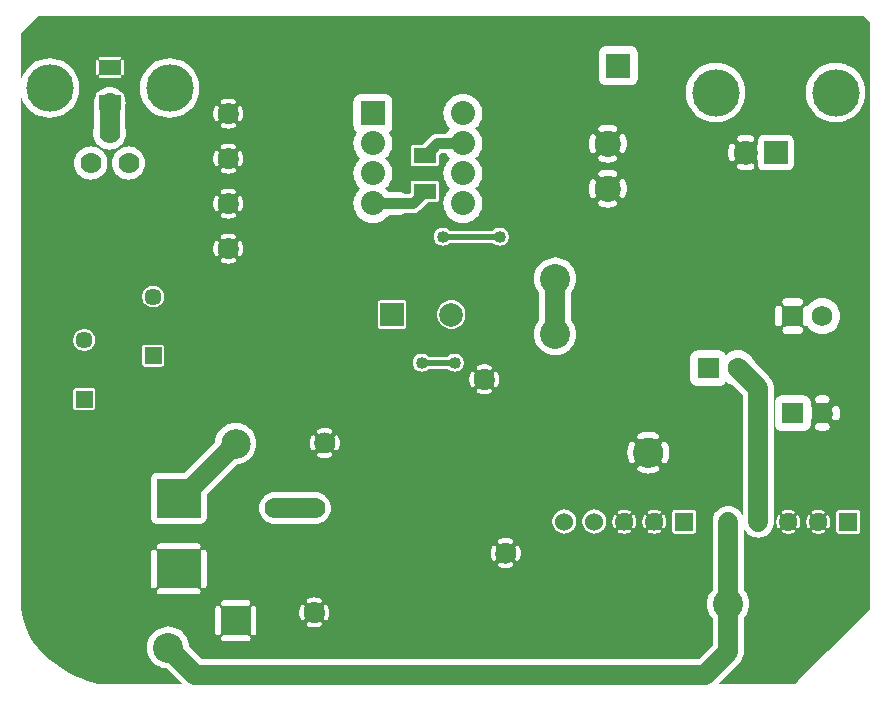
<source format=gbl>
G04 start of page 2 for group 8 layer_idx 1 *
G04 Title: (unknown), bottom_copper *
G04 Creator: pcb-rnd 2.2.1 *
G04 CreationDate: 2020-05-28 20:16:37 UTC *
G04 For:  *
G04 Format: Gerber/RS-274X *
G04 PCB-Dimensions: 500000 500000 *
G04 PCB-Coordinate-Origin: lower left *
%MOIN*%
%FSLAX25Y25*%
%LNBOTTOM_COPPER_NONE_8*%
%ADD54C,0.0374*%
%ADD53C,0.0295*%
%ADD52C,0.0420*%
%ADD51C,0.0276*%
%ADD50C,0.0394*%
%ADD49C,0.0256*%
%ADD48C,0.0790*%
%ADD47C,0.0984*%
%ADD46C,0.0400*%
%ADD45C,0.0800*%
%ADD44C,0.0689*%
%ADD43C,0.0600*%
%ADD42C,0.1000*%
%ADD41C,0.0787*%
%ADD40C,0.0866*%
%ADD39C,0.0571*%
%ADD38C,0.1580*%
%ADD37C,0.0700*%
%ADD36C,0.0650*%
%ADD35C,0.0200*%
%ADD34C,0.0350*%
%ADD33C,0.0001*%
G54D33*G36*
X316327Y273705D02*X316425Y273697D01*
X316817Y273728D01*
X316817Y273728D01*
X317200Y273820D01*
X317563Y273971D01*
X317899Y274176D01*
X318198Y274432D01*
X318454Y274731D01*
X318659Y275067D01*
X318758Y275304D01*
X319317Y274826D01*
X320115Y274337D01*
X320980Y273979D01*
X321305Y273901D01*
X324424Y270782D01*
Y230681D01*
X324366Y230820D01*
X323934Y231525D01*
X323397Y232153D01*
X322769Y232690D01*
X322064Y233122D01*
X321301Y233438D01*
X320497Y233631D01*
X319674Y233696D01*
X318850Y233631D01*
X318046Y233438D01*
X317283Y233122D01*
X316578Y232690D01*
X315950Y232153D01*
X315485Y231609D01*
Y273705D01*
X316327D01*
G37*
G36*
X365000Y397000D02*X367000Y395000D01*
Y199500D01*
X359674Y192174D01*
Y224430D01*
X362634D01*
X362674Y224427D01*
X362830Y224439D01*
X362830Y224439D01*
X362983Y224476D01*
X363129Y224536D01*
X363263Y224618D01*
X363383Y224720D01*
X363485Y224840D01*
X363567Y224974D01*
X363628Y225120D01*
X363664Y225273D01*
X363677Y225430D01*
X363674Y225469D01*
Y231390D01*
X363677Y231430D01*
X363664Y231586D01*
X363664Y231587D01*
X363628Y231740D01*
X363567Y231885D01*
X363485Y232019D01*
X363383Y232139D01*
X363263Y232241D01*
X363129Y232323D01*
X362983Y232384D01*
X362830Y232420D01*
X362674Y232433D01*
X362634Y232430D01*
X359674D01*
Y362513D01*
X360008Y362652D01*
X361337Y363466D01*
X362522Y364478D01*
X363534Y365663D01*
X364348Y366992D01*
X364944Y368431D01*
X365308Y369947D01*
X365400Y371500D01*
X365308Y373053D01*
X364944Y374569D01*
X364348Y376008D01*
X363534Y377337D01*
X362522Y378522D01*
X361337Y379534D01*
X360008Y380348D01*
X359674Y380487D01*
Y397000D01*
X365000D01*
G37*
G36*
X355485Y187985D02*Y262227D01*
X355645Y262224D01*
X355840Y262251D01*
X356028Y262309D01*
X356205Y262395D01*
X356366Y262508D01*
X356507Y262645D01*
X356626Y262802D01*
X356718Y262975D01*
X356778Y263162D01*
X356907Y263750D01*
X356967Y264349D01*
Y264951D01*
X356907Y265550D01*
X356786Y266139D01*
X356722Y266326D01*
X356629Y266501D01*
X356511Y266658D01*
X356369Y266796D01*
X356207Y266909D01*
X356029Y266995D01*
X355841Y267053D01*
X355645Y267081D01*
X355485Y267078D01*
Y293097D01*
X355824Y293495D01*
X356313Y294293D01*
X356671Y295157D01*
X356890Y296067D01*
X356945Y297000D01*
X356890Y297933D01*
X356671Y298843D01*
X356313Y299707D01*
X355824Y300505D01*
X355485Y300903D01*
Y361571D01*
X355500Y361569D01*
X357053Y361692D01*
X358569Y362056D01*
X359674Y362513D01*
Y232430D01*
X356713D01*
X356674Y232433D01*
X356517Y232420D01*
X356517Y232420D01*
X356364Y232384D01*
X356218Y232323D01*
X356084Y232241D01*
X355964Y232139D01*
X355862Y232019D01*
X355780Y231885D01*
X355720Y231740D01*
X355683Y231587D01*
X355670Y231430D01*
X355674Y231390D01*
Y225469D01*
X355670Y225430D01*
X355683Y225273D01*
X355683Y225273D01*
X355720Y225120D01*
X355780Y224974D01*
X355862Y224840D01*
X355964Y224720D01*
X356084Y224618D01*
X356218Y224536D01*
X356364Y224476D01*
X356517Y224439D01*
X356674Y224427D01*
X356713Y224430D01*
X359674D01*
Y192174D01*
X355485Y187985D01*
G37*
G36*
X359674Y397000D02*Y380487D01*
X358569Y380944D01*
X357053Y381308D01*
X355500Y381431D01*
X355485Y381429D01*
Y397000D01*
X359674D01*
G37*
G36*
X353707Y291687D02*X354505Y292176D01*
X355217Y292783D01*
X355485Y293097D01*
Y267078D01*
X355448Y267077D01*
X355253Y267043D01*
X355067Y266979D01*
X354892Y266886D01*
X354734Y266767D01*
X354597Y266625D01*
X354484Y266464D01*
X354397Y266286D01*
X354340Y266097D01*
X354312Y265902D01*
X354316Y265704D01*
X354354Y265511D01*
X354428Y265171D01*
X354463Y264824D01*
Y264476D01*
X354428Y264129D01*
X354358Y263788D01*
X354320Y263595D01*
X354317Y263399D01*
X354344Y263204D01*
X354402Y263016D01*
X354488Y262839D01*
X354601Y262678D01*
X354737Y262536D01*
X354895Y262418D01*
X355068Y262325D01*
X355254Y262261D01*
X355448Y262227D01*
X355485Y262227D01*
Y187985D01*
X352957Y185457D01*
Y226298D01*
X352960Y226299D01*
X353029Y226339D01*
X353090Y226388D01*
X353143Y226446D01*
X353184Y226513D01*
X353348Y226838D01*
X353477Y227178D01*
X353575Y227528D01*
X353641Y227886D01*
X353674Y228248D01*
Y228611D01*
X353641Y228974D01*
X353575Y229331D01*
X353477Y229681D01*
X353348Y230021D01*
X353188Y230348D01*
X353145Y230415D01*
X353092Y230473D01*
X353030Y230523D01*
X352962Y230563D01*
X352957Y230564D01*
Y259107D01*
X353031Y259162D01*
X353168Y259304D01*
X353281Y259466D01*
X353368Y259643D01*
X353426Y259832D01*
X353453Y260027D01*
X353450Y260225D01*
X353416Y260419D01*
X353351Y260606D01*
X353259Y260780D01*
X353140Y260938D01*
X352998Y261075D01*
X352957Y261104D01*
Y268202D01*
X352995Y268228D01*
X353136Y268365D01*
X353255Y268522D01*
X353347Y268696D01*
X353411Y268882D01*
X353445Y269076D01*
X353449Y269272D01*
X353421Y269467D01*
X353364Y269655D01*
X353278Y269832D01*
X353165Y269993D01*
X353028Y270135D01*
X352957Y270188D01*
Y291376D01*
X353707Y291687D01*
G37*
G36*
X352836Y261189D02*X352659Y261275D01*
X352470Y261333D01*
X352274Y261360D01*
X352077Y261357D01*
X351883Y261319D01*
X351543Y261245D01*
X351197Y261210D01*
X351025D01*
Y268090D01*
X351197D01*
X351543Y268055D01*
X351884Y267985D01*
X352077Y267947D01*
X352274Y267944D01*
X352469Y267971D01*
X352657Y268029D01*
X352834Y268115D01*
X352957Y268202D01*
Y261104D01*
X352836Y261189D01*
G37*
G36*
X351025Y183525D02*Y224664D01*
X351265Y224755D01*
X351592Y224915D01*
X351659Y224958D01*
X351717Y225011D01*
X351767Y225073D01*
X351807Y225141D01*
X351835Y225215D01*
X351851Y225293D01*
X351855Y225372D01*
X351847Y225451D01*
X351826Y225527D01*
X351793Y225599D01*
X351750Y225666D01*
X351697Y225724D01*
X351635Y225774D01*
X351567Y225814D01*
X351493Y225842D01*
X351415Y225858D01*
X351336Y225862D01*
X351257Y225854D01*
X351181Y225833D01*
X351109Y225799D01*
X351025Y225757D01*
Y231105D01*
X351111Y231063D01*
X351182Y231029D01*
X351258Y231009D01*
X351336Y231000D01*
X351415Y231004D01*
X351492Y231020D01*
X351565Y231049D01*
X351634Y231088D01*
X351695Y231137D01*
X351748Y231195D01*
X351791Y231261D01*
X351823Y231333D01*
X351843Y231409D01*
X351852Y231487D01*
X351848Y231566D01*
X351832Y231643D01*
X351804Y231717D01*
X351765Y231785D01*
X351715Y231846D01*
X351657Y231899D01*
X351590Y231941D01*
X351265Y232104D01*
X351025Y232195D01*
Y258705D01*
X351323D01*
X351922Y258766D01*
X352512Y258887D01*
X352699Y258950D01*
X352873Y259043D01*
X352957Y259107D01*
Y230564D01*
X352888Y230591D01*
X352810Y230607D01*
X352731Y230611D01*
X352653Y230603D01*
X352576Y230582D01*
X352504Y230550D01*
X352437Y230506D01*
X352379Y230453D01*
X352329Y230392D01*
X352290Y230323D01*
X352261Y230249D01*
X352245Y230171D01*
X352241Y230092D01*
X352250Y230014D01*
X352270Y229937D01*
X352304Y229866D01*
X352426Y229622D01*
X352523Y229368D01*
X352596Y229105D01*
X352646Y228837D01*
X352670Y228566D01*
Y228293D01*
X352646Y228022D01*
X352596Y227754D01*
X352523Y227492D01*
X352426Y227237D01*
X352307Y226992D01*
X352273Y226921D01*
X352253Y226845D01*
X352244Y226767D01*
X352248Y226688D01*
X352264Y226611D01*
X352292Y226538D01*
X352332Y226469D01*
X352381Y226408D01*
X352439Y226355D01*
X352505Y226312D01*
X352577Y226280D01*
X352653Y226260D01*
X352731Y226251D01*
X352810Y226255D01*
X352887Y226271D01*
X352957Y226298D01*
Y185457D01*
X351025Y183525D01*
G37*
G36*
X351933Y291110D02*X352843Y291329D01*
X352957Y291376D01*
Y270188D01*
X352871Y270253D01*
X352697Y270345D01*
X352510Y270406D01*
X351922Y270534D01*
X351323Y270595D01*
X351025D01*
Y291039D01*
X351933Y291110D01*
G37*
G36*
X346783Y292783D02*X347495Y292176D01*
X348293Y291687D01*
X349157Y291329D01*
X350067Y291110D01*
X351000Y291037D01*
X351025Y291039D01*
Y270595D01*
X350722D01*
X350123Y270534D01*
X349533Y270413D01*
X349346Y270350D01*
X349172Y270257D01*
X349014Y270138D01*
X348877Y269996D01*
X348764Y269834D01*
X348677Y269657D01*
X348619Y269468D01*
X348592Y269273D01*
X348595Y269075D01*
X348630Y268881D01*
X348694Y268694D01*
X348786Y268520D01*
X348905Y268362D01*
X349047Y268225D01*
X349209Y268111D01*
X349386Y268025D01*
X349575Y267967D01*
X349771Y267940D01*
X349968Y267943D01*
X350162Y267981D01*
X350502Y268055D01*
X350848Y268090D01*
X351025D01*
Y261210D01*
X350848D01*
X350502Y261245D01*
X350161Y261315D01*
X349968Y261353D01*
X349771Y261356D01*
X349576Y261329D01*
X349388Y261271D01*
X349211Y261185D01*
X349050Y261072D01*
X348909Y260935D01*
X348790Y260778D01*
X348698Y260604D01*
X348634Y260418D01*
X348600Y260224D01*
X348596Y260028D01*
X348624Y259833D01*
X348681Y259645D01*
X348768Y259468D01*
X348880Y259307D01*
X349017Y259165D01*
X349174Y259047D01*
X349348Y258955D01*
X349535Y258894D01*
X350123Y258766D01*
X350722Y258705D01*
X351025D01*
Y232195D01*
X350925Y232233D01*
X350575Y232331D01*
X350218Y232397D01*
X349855Y232430D01*
X349492D01*
X349130Y232397D01*
X348772Y232331D01*
X348422Y232233D01*
X348082Y232104D01*
X347755Y231944D01*
X347688Y231901D01*
X347630Y231848D01*
X347580Y231787D01*
X347541Y231718D01*
X347512Y231644D01*
X347496Y231566D01*
X347492Y231487D01*
X347501Y231409D01*
X347521Y231332D01*
X347554Y231260D01*
X347597Y231194D01*
X347650Y231135D01*
X347712Y231085D01*
X347780Y231046D01*
X347854Y231017D01*
X347932Y231001D01*
X348011Y230997D01*
X348090Y231006D01*
X348166Y231026D01*
X348238Y231060D01*
X348481Y231182D01*
X348736Y231279D01*
X348998Y231353D01*
X349266Y231402D01*
X349537Y231427D01*
X349810D01*
X350081Y231402D01*
X350349Y231353D01*
X350611Y231279D01*
X350866Y231182D01*
X351025Y231105D01*
Y225757D01*
X350866Y225677D01*
X350611Y225580D01*
X350349Y225507D01*
X350081Y225457D01*
X349810Y225433D01*
X349537D01*
X349266Y225457D01*
X348998Y225507D01*
X348736Y225580D01*
X348481Y225677D01*
X348236Y225796D01*
X348165Y225830D01*
X348089Y225850D01*
X348011Y225859D01*
X347932Y225855D01*
X347855Y225839D01*
X347782Y225811D01*
X347713Y225772D01*
X347652Y225722D01*
X347599Y225664D01*
X347556Y225598D01*
X347524Y225526D01*
X347504Y225450D01*
X347495Y225372D01*
X347499Y225293D01*
X347515Y225216D01*
X347543Y225143D01*
X347583Y225074D01*
X347632Y225013D01*
X347690Y224960D01*
X347757Y224919D01*
X348082Y224755D01*
X348422Y224626D01*
X348772Y224528D01*
X349130Y224463D01*
X349492Y224430D01*
X349855D01*
X350218Y224463D01*
X350575Y224528D01*
X350925Y224626D01*
X351025Y224664D01*
Y183525D01*
X346390Y178890D01*
Y226295D01*
X346459Y226268D01*
X346537Y226252D01*
X346616Y226248D01*
X346695Y226257D01*
X346771Y226277D01*
X346843Y226310D01*
X346910Y226353D01*
X346968Y226406D01*
X347018Y226468D01*
X347057Y226536D01*
X347086Y226610D01*
X347102Y226688D01*
X347106Y226767D01*
X347097Y226846D01*
X347077Y226922D01*
X347043Y226994D01*
X346921Y227237D01*
X346824Y227492D01*
X346751Y227754D01*
X346701Y228022D01*
X346677Y228293D01*
Y228566D01*
X346701Y228837D01*
X346751Y229105D01*
X346824Y229368D01*
X346921Y229622D01*
X347040Y229867D01*
X347074Y229938D01*
X347094Y230014D01*
X347103Y230092D01*
X347099Y230171D01*
X347083Y230248D01*
X347055Y230322D01*
X347015Y230390D01*
X346966Y230451D01*
X346908Y230504D01*
X346842Y230547D01*
X346770Y230579D01*
X346694Y230600D01*
X346616Y230608D01*
X346537Y230604D01*
X346460Y230588D01*
X346390Y230561D01*
Y259425D01*
X346398Y259432D01*
X346654Y259731D01*
X346859Y260067D01*
X347010Y260430D01*
X347102Y260813D01*
X347133Y261205D01*
X347125Y261303D01*
Y262399D01*
X347153Y262414D01*
X347311Y262533D01*
X347448Y262675D01*
X347561Y262836D01*
X347648Y263014D01*
X347705Y263203D01*
X347733Y263398D01*
X347729Y263596D01*
X347691Y263789D01*
X347617Y264129D01*
X347582Y264476D01*
Y264824D01*
X347617Y265171D01*
X347687Y265512D01*
X347725Y265705D01*
X347728Y265901D01*
X347701Y266096D01*
X347644Y266284D01*
X347557Y266461D01*
X347444Y266622D01*
X347308Y266764D01*
X347150Y266882D01*
X347125Y266896D01*
Y267997D01*
X347133Y268095D01*
X347102Y268487D01*
X347102Y268487D01*
X347010Y268870D01*
X346859Y269233D01*
X346654Y269569D01*
X346398Y269868D01*
X346390Y269875D01*
Y293244D01*
X346783Y292783D01*
G37*
G36*
X342957Y175457D02*Y226298D01*
X342960Y226299D01*
X343029Y226339D01*
X343090Y226388D01*
X343143Y226446D01*
X343184Y226513D01*
X343348Y226838D01*
X343477Y227178D01*
X343575Y227528D01*
X343641Y227886D01*
X343674Y228248D01*
Y228611D01*
X343641Y228974D01*
X343575Y229331D01*
X343477Y229681D01*
X343348Y230021D01*
X343188Y230348D01*
X343145Y230415D01*
X343092Y230473D01*
X343030Y230523D01*
X342962Y230563D01*
X342957Y230564D01*
Y258705D01*
X344527D01*
X344625Y258697D01*
X345017Y258728D01*
X345017Y258728D01*
X345400Y258820D01*
X345763Y258971D01*
X346099Y259176D01*
X346390Y259425D01*
Y230561D01*
X346387Y230560D01*
X346318Y230521D01*
X346257Y230471D01*
X346204Y230413D01*
X346163Y230346D01*
X345999Y230021D01*
X345870Y229681D01*
X345772Y229331D01*
X345707Y228974D01*
X345674Y228611D01*
Y228248D01*
X345707Y227886D01*
X345772Y227528D01*
X345870Y227178D01*
X345999Y226838D01*
X346159Y226511D01*
X346202Y226444D01*
X346255Y226386D01*
X346317Y226336D01*
X346385Y226297D01*
X346390Y226295D01*
Y178890D01*
X342957Y175457D01*
G37*
G36*
X342000Y174500D02*X339675D01*
Y224430D01*
X339855D01*
X340218Y224463D01*
X340575Y224528D01*
X340925Y224626D01*
X341265Y224755D01*
X341592Y224915D01*
X341659Y224958D01*
X341717Y225011D01*
X341767Y225073D01*
X341807Y225141D01*
X341835Y225215D01*
X341851Y225293D01*
X341855Y225372D01*
X341847Y225451D01*
X341826Y225527D01*
X341793Y225599D01*
X341750Y225666D01*
X341697Y225724D01*
X341635Y225774D01*
X341567Y225814D01*
X341493Y225842D01*
X341415Y225858D01*
X341336Y225862D01*
X341257Y225854D01*
X341181Y225833D01*
X341109Y225799D01*
X340866Y225677D01*
X340611Y225580D01*
X340349Y225507D01*
X340081Y225457D01*
X339810Y225433D01*
X339675D01*
Y231427D01*
X339810D01*
X340081Y231402D01*
X340349Y231353D01*
X340611Y231279D01*
X340866Y231182D01*
X341111Y231063D01*
X341182Y231029D01*
X341258Y231009D01*
X341336Y231000D01*
X341415Y231004D01*
X341492Y231020D01*
X341565Y231049D01*
X341634Y231088D01*
X341695Y231137D01*
X341748Y231195D01*
X341791Y231261D01*
X341823Y231333D01*
X341843Y231409D01*
X341852Y231487D01*
X341848Y231566D01*
X341832Y231643D01*
X341804Y231717D01*
X341765Y231785D01*
X341715Y231846D01*
X341657Y231899D01*
X341590Y231941D01*
X341265Y232104D01*
X340925Y232233D01*
X340575Y232331D01*
X340218Y232397D01*
X339855Y232430D01*
X339675D01*
Y258705D01*
X342957D01*
Y230564D01*
X342888Y230591D01*
X342810Y230607D01*
X342731Y230611D01*
X342653Y230603D01*
X342576Y230582D01*
X342504Y230550D01*
X342437Y230506D01*
X342379Y230453D01*
X342329Y230392D01*
X342290Y230323D01*
X342261Y230249D01*
X342245Y230171D01*
X342241Y230092D01*
X342250Y230014D01*
X342270Y229937D01*
X342304Y229866D01*
X342426Y229622D01*
X342523Y229368D01*
X342596Y229105D01*
X342646Y228837D01*
X342670Y228566D01*
Y228293D01*
X342646Y228022D01*
X342596Y227754D01*
X342523Y227492D01*
X342426Y227237D01*
X342307Y226992D01*
X342273Y226921D01*
X342253Y226845D01*
X342244Y226767D01*
X342248Y226688D01*
X342264Y226611D01*
X342292Y226538D01*
X342332Y226469D01*
X342381Y226408D01*
X342439Y226355D01*
X342505Y226312D01*
X342577Y226280D01*
X342653Y226260D01*
X342731Y226251D01*
X342810Y226255D01*
X342887Y226271D01*
X342957Y226298D01*
Y175457D01*
X342000Y174500D01*
G37*
G36*
X336390D02*Y226295D01*
X336459Y226268D01*
X336537Y226252D01*
X336616Y226248D01*
X336695Y226257D01*
X336771Y226277D01*
X336843Y226310D01*
X336910Y226353D01*
X336968Y226406D01*
X337018Y226468D01*
X337057Y226536D01*
X337086Y226610D01*
X337102Y226688D01*
X337106Y226767D01*
X337097Y226846D01*
X337077Y226922D01*
X337043Y226994D01*
X336921Y227237D01*
X336824Y227492D01*
X336751Y227754D01*
X336701Y228022D01*
X336677Y228293D01*
Y228566D01*
X336701Y228837D01*
X336751Y229105D01*
X336824Y229368D01*
X336921Y229622D01*
X337040Y229867D01*
X337074Y229938D01*
X337094Y230014D01*
X337103Y230092D01*
X337099Y230171D01*
X337083Y230248D01*
X337055Y230322D01*
X337015Y230390D01*
X336966Y230451D01*
X336908Y230504D01*
X336842Y230547D01*
X336770Y230579D01*
X336694Y230600D01*
X336616Y230608D01*
X336537Y230604D01*
X336460Y230588D01*
X336390Y230561D01*
Y259098D01*
X336597Y258971D01*
X336960Y258820D01*
X337343Y258728D01*
X337735Y258697D01*
X337833Y258705D01*
X339675D01*
Y232430D01*
X339492D01*
X339130Y232397D01*
X338772Y232331D01*
X338422Y232233D01*
X338082Y232104D01*
X337755Y231944D01*
X337688Y231901D01*
X337630Y231848D01*
X337580Y231787D01*
X337541Y231718D01*
X337512Y231644D01*
X337496Y231566D01*
X337492Y231487D01*
X337501Y231409D01*
X337521Y231332D01*
X337554Y231260D01*
X337597Y231194D01*
X337650Y231135D01*
X337712Y231085D01*
X337780Y231046D01*
X337854Y231017D01*
X337932Y231001D01*
X338011Y230997D01*
X338090Y231006D01*
X338166Y231026D01*
X338238Y231060D01*
X338481Y231182D01*
X338736Y231279D01*
X338998Y231353D01*
X339266Y231402D01*
X339537Y231427D01*
X339675D01*
Y225433D01*
X339537D01*
X339266Y225457D01*
X338998Y225507D01*
X338736Y225580D01*
X338481Y225677D01*
X338236Y225796D01*
X338165Y225830D01*
X338089Y225850D01*
X338011Y225859D01*
X337932Y225855D01*
X337855Y225839D01*
X337782Y225811D01*
X337713Y225772D01*
X337652Y225722D01*
X337599Y225664D01*
X337556Y225598D01*
X337524Y225526D01*
X337504Y225450D01*
X337495Y225372D01*
X337499Y225293D01*
X337515Y225216D01*
X337543Y225143D01*
X337583Y225074D01*
X337632Y225013D01*
X337690Y224960D01*
X337757Y224919D01*
X338082Y224755D01*
X338422Y224626D01*
X338772Y224528D01*
X339130Y224463D01*
X339492Y224430D01*
X339675D01*
Y174500D01*
X336390D01*
G37*
G36*
X335261D02*Y260801D01*
X335350Y260430D01*
X335501Y260067D01*
X335706Y259731D01*
X335962Y259432D01*
X336261Y259176D01*
X336390Y259098D01*
Y230561D01*
X336387Y230560D01*
X336318Y230521D01*
X336257Y230471D01*
X336204Y230413D01*
X336163Y230346D01*
X335999Y230021D01*
X335870Y229681D01*
X335772Y229331D01*
X335707Y228974D01*
X335674Y228611D01*
Y228248D01*
X335707Y227886D01*
X335772Y227528D01*
X335870Y227178D01*
X335999Y226838D01*
X336159Y226511D01*
X336202Y226444D01*
X336255Y226386D01*
X336317Y226336D01*
X336385Y226297D01*
X336390Y226295D01*
Y174500D01*
X335261D01*
G37*
G36*
X335270Y294418D02*X335345Y294236D01*
X335448Y294068D01*
X335576Y293918D01*
X335726Y293791D01*
X335893Y293688D01*
X336075Y293613D01*
X336266Y293567D01*
X336463Y293551D01*
X336659Y293567D01*
X336850Y293613D01*
X337032Y293688D01*
X337200Y293791D01*
X337349Y293918D01*
X337477Y294068D01*
X337580Y294236D01*
X337655Y294418D01*
X337701Y294609D01*
X337713Y294805D01*
Y293555D01*
X338962D01*
X338766Y293544D01*
X338575Y293498D01*
X338393Y293422D01*
X338226Y293320D01*
X338076Y293192D01*
X337948Y293042D01*
X337845Y292874D01*
X337770Y292693D01*
X337724Y292501D01*
X337709Y292305D01*
X337724Y292109D01*
X337770Y291918D01*
X337845Y291736D01*
X337948Y291568D01*
X338076Y291419D01*
X338226Y291291D01*
X338393Y291188D01*
X338575Y291113D01*
X338766Y291067D01*
X338963Y291055D01*
X343352D01*
X343549Y291067D01*
X343740Y291113D01*
X343922Y291188D01*
X344089Y291291D01*
X344239Y291419D01*
X344367Y291568D01*
X344470Y291736D01*
X344545Y291918D01*
X344591Y292109D01*
X344606Y292305D01*
X344591Y292501D01*
X344545Y292693D01*
X344470Y292874D01*
X344367Y293042D01*
X344239Y293192D01*
X344089Y293320D01*
X343922Y293422D01*
X343740Y293498D01*
X343549Y293544D01*
X343353Y293555D01*
X344602D01*
Y294805D01*
X344614Y294609D01*
X344660Y294418D01*
X344735Y294236D01*
X344838Y294068D01*
X344966Y293918D01*
X345115Y293791D01*
X345283Y293688D01*
X345465Y293613D01*
X345656Y293567D01*
X345852Y293551D01*
X346049Y293567D01*
X346121Y293584D01*
X346176Y293495D01*
X346390Y293244D01*
Y269875D01*
X346099Y270124D01*
X345763Y270329D01*
X345400Y270480D01*
X345017Y270572D01*
X344625Y270603D01*
X344527Y270595D01*
X337833D01*
X337735Y270603D01*
X337343Y270572D01*
X337343Y270572D01*
X336960Y270480D01*
X336597Y270329D01*
X336261Y270124D01*
X335962Y269868D01*
X335706Y269569D01*
X335501Y269233D01*
X335350Y268870D01*
X335261Y268499D01*
Y294455D01*
X335270Y294418D01*
G37*
G36*
X355485Y397000D02*Y381429D01*
X353947Y381308D01*
X352431Y380944D01*
X350992Y380348D01*
X349663Y379534D01*
X348478Y378522D01*
X347466Y377337D01*
X346652Y376008D01*
X346056Y374569D01*
X345692Y373053D01*
X345569Y371500D01*
X345692Y369947D01*
X346056Y368431D01*
X346652Y366992D01*
X347466Y365663D01*
X348478Y364478D01*
X349663Y363466D01*
X350992Y362652D01*
X352431Y362056D01*
X353947Y361692D01*
X355485Y361571D01*
Y300903D01*
X355217Y301217D01*
X354505Y301824D01*
X353707Y302313D01*
X352843Y302671D01*
X351933Y302890D01*
X351000Y302963D01*
X350067Y302890D01*
X349157Y302671D01*
X348293Y302313D01*
X347495Y301824D01*
X346783Y301217D01*
X346176Y300505D01*
X346121Y300416D01*
X346049Y300433D01*
X345852Y300449D01*
X345656Y300433D01*
X345465Y300387D01*
X345283Y300312D01*
X345115Y300209D01*
X344966Y300082D01*
X344838Y299932D01*
X344735Y299764D01*
X344660Y299582D01*
X344614Y299391D01*
X344602Y299195D01*
Y300445D01*
X343353D01*
X343549Y300456D01*
X343740Y300502D01*
X343922Y300578D01*
X344089Y300680D01*
X344239Y300808D01*
X344367Y300958D01*
X344470Y301126D01*
X344545Y301307D01*
X344591Y301499D01*
X344606Y301695D01*
X344591Y301891D01*
X344545Y302082D01*
X344470Y302264D01*
X344367Y302432D01*
X344239Y302581D01*
X344089Y302709D01*
X343922Y302812D01*
X343740Y302887D01*
X343549Y302933D01*
X343352Y302945D01*
X338963D01*
X338766Y302933D01*
X338575Y302887D01*
X338393Y302812D01*
X338226Y302709D01*
X338076Y302581D01*
X337948Y302432D01*
X337845Y302264D01*
X337770Y302082D01*
X337724Y301891D01*
X337709Y301695D01*
X337724Y301499D01*
X337770Y301307D01*
X337845Y301126D01*
X337948Y300958D01*
X338076Y300808D01*
X338226Y300680D01*
X338393Y300578D01*
X338575Y300502D01*
X338766Y300456D01*
X338962Y300445D01*
X337713D01*
Y299195D01*
X337701Y299391D01*
X337655Y299582D01*
X337580Y299764D01*
X337477Y299932D01*
X337349Y300082D01*
X337200Y300209D01*
X337032Y300312D01*
X336850Y300387D01*
X336659Y300433D01*
X336463Y300449D01*
X336266Y300433D01*
X336075Y300387D01*
X335893Y300312D01*
X335726Y300209D01*
X335576Y300082D01*
X335448Y299932D01*
X335345Y299764D01*
X335270Y299582D01*
X335261Y299545D01*
Y345563D01*
X339359D01*
X339437Y345557D01*
X339751Y345582D01*
X339751Y345582D01*
X340057Y345655D01*
X340348Y345775D01*
X340616Y345940D01*
X340856Y346144D01*
X341060Y346384D01*
X341225Y346652D01*
X341345Y346943D01*
X341418Y347249D01*
X341443Y347563D01*
X341437Y347641D01*
Y355359D01*
X341443Y355437D01*
X341418Y355751D01*
X341418Y355751D01*
X341345Y356057D01*
X341225Y356348D01*
X341060Y356616D01*
X340856Y356856D01*
X340616Y357060D01*
X340348Y357225D01*
X340057Y357345D01*
X339751Y357418D01*
X339437Y357443D01*
X339359Y357437D01*
X335261D01*
Y397000D01*
X355485D01*
G37*
G36*
X325950Y224706D02*X326578Y224169D01*
X327283Y223737D01*
X328046Y223421D01*
X328850Y223228D01*
X329674Y223163D01*
X330497Y223228D01*
X331301Y223421D01*
X332064Y223737D01*
X332769Y224169D01*
X333397Y224706D01*
X333934Y225334D01*
X334366Y226039D01*
X334682Y226802D01*
X334875Y227606D01*
X334924Y228430D01*
Y272751D01*
X334940Y272956D01*
X334875Y273780D01*
X334875Y273780D01*
X334719Y274428D01*
X334682Y274584D01*
X334589Y274807D01*
X334366Y275347D01*
X333934Y276052D01*
X333397Y276680D01*
X333240Y276814D01*
X328446Y281609D01*
X328136Y282357D01*
X327647Y283155D01*
X327039Y283867D01*
X326328Y284474D01*
X325530Y284963D01*
X325502Y284975D01*
Y345556D01*
X326064Y345583D01*
X326623Y345663D01*
X327172Y345796D01*
X327706Y345981D01*
X327848Y346050D01*
X327977Y346142D01*
X328091Y346252D01*
X328185Y346379D01*
X328259Y346519D01*
X328309Y346668D01*
X328336Y346824D01*
X328338Y346982D01*
X328315Y347139D01*
X328268Y347290D01*
X328198Y347431D01*
X328107Y347561D01*
X327996Y347674D01*
X327870Y347768D01*
X327730Y347842D01*
X327580Y347892D01*
X327424Y347919D01*
X327266Y347921D01*
X327110Y347898D01*
X326960Y347848D01*
X326608Y347722D01*
X326244Y347634D01*
X325874Y347581D01*
X325502Y347563D01*
Y355437D01*
X325874Y355419D01*
X326244Y355366D01*
X326608Y355278D01*
X326961Y355156D01*
X327111Y355106D01*
X327266Y355083D01*
X327424Y355085D01*
X327579Y355112D01*
X327728Y355162D01*
X327867Y355236D01*
X327993Y355330D01*
X328103Y355442D01*
X328194Y355571D01*
X328264Y355712D01*
X328311Y355862D01*
X328333Y356018D01*
X328332Y356175D01*
X328305Y356331D01*
X328254Y356480D01*
X328181Y356619D01*
X328087Y356745D01*
X327975Y356855D01*
X327846Y356946D01*
X327704Y357013D01*
X327172Y357204D01*
X326623Y357337D01*
X326064Y357417D01*
X325502Y357444D01*
Y397000D01*
X335261D01*
Y357437D01*
X331641D01*
X331563Y357443D01*
X331249Y357418D01*
X331249Y357418D01*
X330943Y357345D01*
X330652Y357225D01*
X330384Y357060D01*
X330144Y356856D01*
X329940Y356616D01*
X329775Y356348D01*
X329655Y356057D01*
X329582Y355751D01*
X329557Y355437D01*
X329563Y355359D01*
Y354194D01*
X329439Y354107D01*
X329326Y353996D01*
X329232Y353870D01*
X329158Y353730D01*
X329108Y353580D01*
X329081Y353424D01*
X329079Y353266D01*
X329102Y353110D01*
X329152Y352960D01*
X329278Y352608D01*
X329366Y352244D01*
X329419Y351874D01*
X329437Y351500D01*
X329419Y351126D01*
X329366Y350756D01*
X329278Y350392D01*
X329156Y350039D01*
X329106Y349889D01*
X329083Y349734D01*
X329085Y349576D01*
X329112Y349421D01*
X329162Y349272D01*
X329236Y349133D01*
X329330Y349007D01*
X329442Y348897D01*
X329563Y348811D01*
Y347641D01*
X329557Y347563D01*
X329582Y347249D01*
X329582Y347249D01*
X329655Y346943D01*
X329775Y346652D01*
X329940Y346384D01*
X330144Y346144D01*
X330384Y345940D01*
X330652Y345775D01*
X330943Y345655D01*
X331249Y345582D01*
X331563Y345557D01*
X331641Y345563D01*
X335261D01*
Y299545D01*
X335224Y299391D01*
X335213Y299195D01*
Y294805D01*
X335224Y294609D01*
X335261Y294455D01*
Y268499D01*
X335258Y268487D01*
X335227Y268095D01*
X335235Y267997D01*
Y261303D01*
X335227Y261205D01*
X335258Y260813D01*
X335258Y260813D01*
X335261Y260801D01*
Y174500D01*
X325502D01*
Y197144D01*
X325930Y197842D01*
X326351Y198860D01*
X326609Y199931D01*
X326674Y201030D01*
X326609Y202128D01*
X326351Y203199D01*
X325930Y204217D01*
X325502Y204915D01*
Y225230D01*
X325950Y224706D01*
G37*
G36*
X316425Y174500D02*X323240Y181316D01*
X323397Y181450D01*
X323934Y182078D01*
X324366Y182783D01*
X324682Y183546D01*
X324875Y184350D01*
X324940Y185174D01*
X324924Y185379D01*
Y196398D01*
X325354Y196902D01*
X325502Y197144D01*
Y174500D01*
X316425D01*
G37*
G36*
X324665Y285321D02*X323755Y285540D01*
X322823Y285613D01*
X321890Y285540D01*
X320980Y285321D01*
X320739Y285221D01*
Y348679D01*
X320824Y348664D01*
X320982Y348662D01*
X321139Y348685D01*
X321290Y348732D01*
X321431Y348802D01*
X321561Y348893D01*
X321674Y349004D01*
X321768Y349130D01*
X321842Y349270D01*
X321892Y349420D01*
X321919Y349576D01*
X321921Y349734D01*
X321898Y349890D01*
X321848Y350040D01*
X321722Y350392D01*
X321634Y350756D01*
X321581Y351126D01*
X321563Y351500D01*
X321581Y351874D01*
X321634Y352244D01*
X321722Y352608D01*
X321844Y352961D01*
X321894Y353111D01*
X321917Y353266D01*
X321915Y353424D01*
X321888Y353579D01*
X321838Y353728D01*
X321764Y353867D01*
X321670Y353993D01*
X321558Y354103D01*
X321429Y354194D01*
X321288Y354264D01*
X321138Y354311D01*
X320982Y354333D01*
X320825Y354332D01*
X320739Y354317D01*
Y363099D01*
X321337Y363466D01*
X322522Y364478D01*
X323534Y365663D01*
X324348Y366992D01*
X324944Y368431D01*
X325308Y369947D01*
X325400Y371500D01*
X325308Y373053D01*
X324944Y374569D01*
X324348Y376008D01*
X323534Y377337D01*
X322522Y378522D01*
X321337Y379534D01*
X320739Y379901D01*
Y397000D01*
X325502D01*
Y357444D01*
X325500Y357444D01*
X324936Y357417D01*
X324377Y357337D01*
X323828Y357204D01*
X323294Y357019D01*
X323152Y356950D01*
X323023Y356858D01*
X322909Y356748D01*
X322815Y356621D01*
X322741Y356481D01*
X322691Y356332D01*
X322664Y356176D01*
X322662Y356018D01*
X322685Y355861D01*
X322732Y355710D01*
X322802Y355569D01*
X322893Y355439D01*
X323004Y355326D01*
X323130Y355232D01*
X323270Y355158D01*
X323420Y355108D01*
X323576Y355081D01*
X323734Y355079D01*
X323890Y355102D01*
X324040Y355152D01*
X324392Y355278D01*
X324756Y355366D01*
X325126Y355419D01*
X325500Y355437D01*
X325502Y355437D01*
Y347563D01*
X325500Y347563D01*
X325126Y347581D01*
X324756Y347634D01*
X324392Y347722D01*
X324039Y347844D01*
X323889Y347894D01*
X323734Y347917D01*
X323576Y347915D01*
X323421Y347888D01*
X323272Y347838D01*
X323133Y347764D01*
X323007Y347670D01*
X322897Y347558D01*
X322806Y347429D01*
X322736Y347288D01*
X322689Y347138D01*
X322667Y346982D01*
X322668Y346825D01*
X322695Y346669D01*
X322746Y346520D01*
X322819Y346381D01*
X322913Y346255D01*
X323025Y346145D01*
X323154Y346054D01*
X323296Y345987D01*
X323828Y345796D01*
X324377Y345663D01*
X324936Y345583D01*
X325500Y345556D01*
X325502Y345556D01*
Y284975D01*
X324665Y285321D01*
G37*
G36*
X320008Y380348D02*X318569Y380944D01*
X317053Y381308D01*
X315500Y381431D01*
X315485Y381429D01*
Y397000D01*
X320739D01*
Y379901D01*
X320008Y380348D01*
G37*
G36*
X320115Y284963D02*X319317Y284474D01*
X318758Y283996D01*
X318659Y284233D01*
X318454Y284569D01*
X318198Y284868D01*
X317899Y285124D01*
X317563Y285329D01*
X317200Y285480D01*
X316817Y285572D01*
X316425Y285603D01*
X316327Y285595D01*
X315485D01*
Y361571D01*
X315500Y361569D01*
X317053Y361692D01*
X318569Y362056D01*
X320008Y362652D01*
X320739Y363099D01*
Y354317D01*
X320669Y354305D01*
X320520Y354254D01*
X320381Y354181D01*
X320255Y354087D01*
X320145Y353975D01*
X320054Y353846D01*
X319987Y353704D01*
X319796Y353172D01*
X319663Y352623D01*
X319583Y352064D01*
X319556Y351500D01*
X319583Y350936D01*
X319663Y350377D01*
X319796Y349828D01*
X319981Y349294D01*
X320050Y349152D01*
X320142Y349023D01*
X320252Y348909D01*
X320379Y348815D01*
X320519Y348741D01*
X320668Y348691D01*
X320739Y348679D01*
Y285221D01*
X320115Y284963D01*
G37*
G36*
X324981Y226039D02*X325413Y225334D01*
X325502Y225230D01*
Y204915D01*
X325354Y205157D01*
X324924Y205661D01*
Y226178D01*
X324981Y226039D01*
G37*
G36*
X309633Y285595D02*X309535Y285603D01*
X309143Y285572D01*
X309143Y285572D01*
X308760Y285480D01*
X308397Y285329D01*
X308061Y285124D01*
X307762Y284868D01*
X307506Y284569D01*
X307301Y284233D01*
X307150Y283870D01*
X307058Y283487D01*
X307027Y283095D01*
X307035Y282997D01*
Y276303D01*
X307027Y276205D01*
X307058Y275813D01*
X307058Y275813D01*
X307150Y275430D01*
X307301Y275067D01*
X307506Y274731D01*
X307762Y274432D01*
X308061Y274176D01*
X308397Y273971D01*
X308760Y273820D01*
X309143Y273728D01*
X309535Y273697D01*
X309633Y273705D01*
X315485D01*
Y231609D01*
X315413Y231525D01*
X314981Y230820D01*
X314665Y230057D01*
X314472Y229253D01*
X314424Y228430D01*
Y205661D01*
X313993Y205157D01*
X313417Y204217D01*
X312996Y203199D01*
X312738Y202128D01*
X312652Y201030D01*
X312738Y199931D01*
X312996Y198860D01*
X313417Y197842D01*
X313993Y196902D01*
X314424Y196398D01*
Y187348D01*
X309825Y182750D01*
X305000D01*
Y224500D01*
X307961D01*
X308000Y224497D01*
X308157Y224509D01*
X308157Y224509D01*
X308310Y224546D01*
X308455Y224606D01*
X308590Y224688D01*
X308709Y224791D01*
X308812Y224910D01*
X308894Y225045D01*
X308954Y225190D01*
X308991Y225343D01*
X309003Y225500D01*
X309000Y225539D01*
Y231461D01*
X309003Y231500D01*
X308991Y231657D01*
X308991Y231657D01*
X308954Y231810D01*
X308894Y231955D01*
X308812Y232090D01*
X308709Y232209D01*
X308590Y232312D01*
X308455Y232394D01*
X308310Y232454D01*
X308157Y232491D01*
X308000Y232503D01*
X307961Y232500D01*
X305000D01*
Y397000D01*
X315485D01*
Y381429D01*
X313947Y381308D01*
X312431Y380944D01*
X310992Y380348D01*
X309663Y379534D01*
X308478Y378522D01*
X307466Y377337D01*
X306652Y376008D01*
X306056Y374569D01*
X305692Y373053D01*
X305569Y371500D01*
X305692Y369947D01*
X306056Y368431D01*
X306652Y366992D01*
X307466Y365663D01*
X308478Y364478D01*
X309663Y363466D01*
X310992Y362652D01*
X312431Y362056D01*
X313947Y361692D01*
X315485Y361571D01*
Y285595D01*
X309633D01*
G37*
G36*
X298698Y182750D02*Y226972D01*
X298803Y227248D01*
X298901Y227598D01*
X298967Y227956D01*
X299000Y228318D01*
Y228682D01*
X298967Y229044D01*
X298901Y229402D01*
X298803Y229752D01*
X298698Y230028D01*
Y247924D01*
X298725Y247931D01*
X298870Y247994D01*
X299002Y248079D01*
X299120Y248184D01*
X299220Y248305D01*
X299297Y248442D01*
X299554Y249021D01*
X299751Y249623D01*
X299893Y250240D01*
X299979Y250867D01*
X300007Y251500D01*
X299979Y252133D01*
X299893Y252760D01*
X299751Y253377D01*
X299554Y253979D01*
X299303Y254561D01*
X299224Y254698D01*
X299124Y254820D01*
X299005Y254925D01*
X298872Y255010D01*
X298727Y255074D01*
X298698Y255081D01*
Y397000D01*
X305000D01*
Y232500D01*
X302039D01*
X302000Y232503D01*
X301843Y232491D01*
X301843Y232491D01*
X301690Y232454D01*
X301545Y232394D01*
X301410Y232312D01*
X301291Y232209D01*
X301188Y232090D01*
X301106Y231955D01*
X301046Y231810D01*
X301009Y231657D01*
X300997Y231500D01*
X301000Y231461D01*
Y225539D01*
X300997Y225500D01*
X301009Y225343D01*
X301009Y225343D01*
X301046Y225190D01*
X301106Y225045D01*
X301188Y224910D01*
X301291Y224791D01*
X301410Y224688D01*
X301545Y224606D01*
X301690Y224546D01*
X301843Y224509D01*
X302000Y224497D01*
X302039Y224500D01*
X305000D01*
Y182750D01*
X298698D01*
G37*
G36*
X293003D02*Y225044D01*
X293017Y225031D01*
X293083Y224989D01*
X293408Y224826D01*
X293748Y224697D01*
X294098Y224599D01*
X294456Y224533D01*
X294818Y224500D01*
X295182D01*
X295544Y224533D01*
X295902Y224599D01*
X296252Y224697D01*
X296592Y224826D01*
X296919Y224985D01*
X296985Y225028D01*
X297044Y225081D01*
X297094Y225143D01*
X297133Y225212D01*
X297161Y225286D01*
X297178Y225363D01*
X297181Y225442D01*
X297173Y225521D01*
X297152Y225597D01*
X297120Y225670D01*
X297077Y225736D01*
X297024Y225795D01*
X296962Y225844D01*
X296893Y225884D01*
X296819Y225912D01*
X296742Y225928D01*
X296663Y225932D01*
X296584Y225924D01*
X296507Y225903D01*
X296436Y225870D01*
X296193Y225747D01*
X295938Y225650D01*
X295676Y225577D01*
X295408Y225528D01*
X295136Y225503D01*
X294864D01*
X294592Y225528D01*
X294324Y225577D01*
X294062Y225650D01*
X293807Y225747D01*
X293563Y225867D01*
X293491Y225900D01*
X293415Y225921D01*
X293337Y225929D01*
X293259Y225925D01*
X293182Y225909D01*
X293108Y225881D01*
X293040Y225842D01*
X293003Y225812D01*
Y231184D01*
X293038Y231156D01*
X293107Y231116D01*
X293181Y231088D01*
X293258Y231072D01*
X293337Y231068D01*
X293416Y231076D01*
X293493Y231097D01*
X293564Y231130D01*
X293807Y231253D01*
X294062Y231350D01*
X294324Y231423D01*
X294592Y231472D01*
X294864Y231497D01*
X295136D01*
X295408Y231472D01*
X295676Y231423D01*
X295938Y231350D01*
X296193Y231253D01*
X296437Y231133D01*
X296509Y231100D01*
X296585Y231079D01*
X296663Y231071D01*
X296741Y231075D01*
X296818Y231091D01*
X296892Y231119D01*
X296960Y231158D01*
X297021Y231207D01*
X297074Y231266D01*
X297117Y231332D01*
X297149Y231404D01*
X297170Y231480D01*
X297178Y231558D01*
X297174Y231636D01*
X297158Y231713D01*
X297130Y231787D01*
X297091Y231855D01*
X297042Y231916D01*
X296983Y231969D01*
X296917Y232011D01*
X296592Y232174D01*
X296252Y232303D01*
X295902Y232401D01*
X295544Y232467D01*
X295182Y232500D01*
X294818D01*
X294456Y232467D01*
X294098Y232401D01*
X293748Y232303D01*
X293408Y232174D01*
X293081Y232015D01*
X293015Y231972D01*
X293003Y231961D01*
Y244493D01*
X293633Y244521D01*
X294260Y244607D01*
X294877Y244749D01*
X295479Y244946D01*
X296061Y245197D01*
X296198Y245276D01*
X296320Y245376D01*
X296425Y245495D01*
X296510Y245628D01*
X296574Y245773D01*
X296614Y245926D01*
X296629Y246083D01*
X296620Y246241D01*
X296586Y246396D01*
X296528Y246543D01*
X296448Y246680D01*
X296347Y246802D01*
X296229Y246907D01*
X296096Y246992D01*
X295951Y247055D01*
X295798Y247095D01*
X295640Y247111D01*
X295482Y247101D01*
X295328Y247067D01*
X295182Y247007D01*
X294769Y246823D01*
X294340Y246683D01*
X293899Y246582D01*
X293451Y246520D01*
X293003Y246500D01*
Y256500D01*
X293451Y256480D01*
X293899Y256418D01*
X294340Y256317D01*
X294769Y256177D01*
X295184Y255998D01*
X295329Y255938D01*
X295483Y255904D01*
X295640Y255894D01*
X295797Y255910D01*
X295949Y255949D01*
X296093Y256012D01*
X296226Y256097D01*
X296344Y256202D01*
X296444Y256323D01*
X296523Y256459D01*
X296581Y256606D01*
X296614Y256759D01*
X296624Y256917D01*
X296608Y257073D01*
X296569Y257225D01*
X296506Y257370D01*
X296421Y257502D01*
X296316Y257620D01*
X296195Y257720D01*
X296058Y257797D01*
X295479Y258054D01*
X294877Y258251D01*
X294260Y258393D01*
X293633Y258479D01*
X293003Y258507D01*
Y397000D01*
X298698D01*
Y255081D01*
X298574Y255114D01*
X298417Y255129D01*
X298259Y255120D01*
X298104Y255086D01*
X297957Y255028D01*
X297820Y254948D01*
X297698Y254847D01*
X297593Y254729D01*
X297508Y254596D01*
X297445Y254451D01*
X297405Y254298D01*
X297389Y254140D01*
X297399Y253982D01*
X297433Y253828D01*
X297493Y253682D01*
X297677Y253269D01*
X297817Y252840D01*
X297918Y252399D01*
X297980Y251951D01*
X298000Y251500D01*
X297980Y251049D01*
X297918Y250601D01*
X297817Y250160D01*
X297677Y249731D01*
X297498Y249316D01*
X297438Y249171D01*
X297404Y249017D01*
X297394Y248860D01*
X297410Y248703D01*
X297449Y248551D01*
X297512Y248407D01*
X297597Y248274D01*
X297702Y248156D01*
X297823Y248056D01*
X297959Y247977D01*
X298106Y247919D01*
X298259Y247886D01*
X298417Y247876D01*
X298573Y247892D01*
X298698Y247924D01*
Y230028D01*
X298674Y230092D01*
X298515Y230419D01*
X298472Y230485D01*
X298419Y230544D01*
X298357Y230594D01*
X298288Y230633D01*
X298214Y230661D01*
X298137Y230678D01*
X298058Y230681D01*
X297979Y230673D01*
X297903Y230652D01*
X297830Y230620D01*
X297764Y230577D01*
X297705Y230524D01*
X297656Y230462D01*
X297616Y230393D01*
X297588Y230319D01*
X297572Y230242D01*
X297568Y230163D01*
X297576Y230084D01*
X297597Y230007D01*
X297630Y229936D01*
X297753Y229693D01*
X297850Y229438D01*
X297923Y229176D01*
X297972Y228908D01*
X297997Y228636D01*
Y228364D01*
X297972Y228092D01*
X297923Y227824D01*
X297850Y227562D01*
X297753Y227307D01*
X297633Y227063D01*
X297600Y226991D01*
X297579Y226915D01*
X297571Y226837D01*
X297575Y226759D01*
X297591Y226682D01*
X297619Y226608D01*
X297658Y226540D01*
X297707Y226479D01*
X297766Y226426D01*
X297832Y226383D01*
X297904Y226351D01*
X297980Y226330D01*
X298058Y226322D01*
X298136Y226326D01*
X298213Y226342D01*
X298287Y226370D01*
X298355Y226409D01*
X298416Y226458D01*
X298469Y226517D01*
X298511Y226583D01*
X298674Y226908D01*
X298698Y226972D01*
Y182750D01*
X293003D01*
G37*
G36*
X292101Y256418D02*X292549Y256480D01*
X293000Y256500D01*
X293003Y256500D01*
Y246500D01*
X293000Y246500D01*
X292549Y246520D01*
X292101Y246582D01*
X291716Y246670D01*
Y256330D01*
X292101Y256418D01*
G37*
G36*
X293003Y397000D02*Y258507D01*
X293000Y258507D01*
X292367Y258479D01*
X291740Y258393D01*
X291716Y258387D01*
Y397000D01*
X293003D01*
G37*
G36*
X291716Y182750D02*Y226365D01*
X291786Y226339D01*
X291863Y226323D01*
X291942Y226319D01*
X292021Y226327D01*
X292097Y226348D01*
X292170Y226380D01*
X292236Y226423D01*
X292295Y226476D01*
X292344Y226538D01*
X292384Y226607D01*
X292412Y226681D01*
X292428Y226758D01*
X292432Y226837D01*
X292424Y226916D01*
X292403Y226993D01*
X292370Y227064D01*
X292247Y227307D01*
X292150Y227562D01*
X292077Y227824D01*
X292028Y228092D01*
X292003Y228364D01*
Y228636D01*
X292028Y228908D01*
X292077Y229176D01*
X292150Y229438D01*
X292247Y229693D01*
X292367Y229937D01*
X292400Y230009D01*
X292421Y230085D01*
X292429Y230163D01*
X292425Y230241D01*
X292409Y230318D01*
X292381Y230392D01*
X292342Y230460D01*
X292293Y230521D01*
X292234Y230574D01*
X292168Y230617D01*
X292096Y230649D01*
X292020Y230670D01*
X291942Y230678D01*
X291864Y230674D01*
X291787Y230658D01*
X291716Y230631D01*
Y244613D01*
X291740Y244607D01*
X292367Y244521D01*
X293000Y244493D01*
X293003Y244493D01*
Y231961D01*
X292956Y231919D01*
X292906Y231857D01*
X292867Y231788D01*
X292839Y231714D01*
X292823Y231637D01*
X292819Y231558D01*
X292827Y231479D01*
X292848Y231403D01*
X292880Y231330D01*
X292923Y231264D01*
X292976Y231205D01*
X293003Y231184D01*
Y225812D01*
X292979Y225793D01*
X292926Y225734D01*
X292883Y225668D01*
X292851Y225596D01*
X292830Y225520D01*
X292822Y225442D01*
X292826Y225364D01*
X292842Y225287D01*
X292870Y225213D01*
X292909Y225145D01*
X292958Y225084D01*
X293003Y225044D01*
Y182750D01*
X291716D01*
G37*
G36*
X288284D02*Y226369D01*
X288287Y226370D01*
X288355Y226409D01*
X288416Y226458D01*
X288469Y226517D01*
X288511Y226583D01*
X288674Y226908D01*
X288803Y227248D01*
X288901Y227598D01*
X288967Y227956D01*
X289000Y228318D01*
Y228682D01*
X288967Y229044D01*
X288901Y229402D01*
X288803Y229752D01*
X288674Y230092D01*
X288515Y230419D01*
X288472Y230485D01*
X288419Y230544D01*
X288357Y230594D01*
X288288Y230633D01*
X288284Y230635D01*
Y248138D01*
X288302Y248153D01*
X288407Y248271D01*
X288492Y248404D01*
X288555Y248549D01*
X288595Y248702D01*
X288611Y248860D01*
X288601Y249018D01*
X288567Y249172D01*
X288507Y249318D01*
X288323Y249731D01*
X288284Y249852D01*
Y253148D01*
X288323Y253269D01*
X288502Y253684D01*
X288562Y253829D01*
X288596Y253983D01*
X288606Y254140D01*
X288590Y254297D01*
X288551Y254449D01*
X288488Y254593D01*
X288403Y254726D01*
X288298Y254844D01*
X288284Y254856D01*
Y374355D01*
X288474Y374471D01*
X288773Y374727D01*
X289029Y375026D01*
X289234Y375362D01*
X289385Y375725D01*
X289477Y376108D01*
X289508Y376500D01*
X289500Y376598D01*
Y384402D01*
X289508Y384500D01*
X289477Y384892D01*
X289477Y384892D01*
X289385Y385275D01*
X289234Y385638D01*
X289029Y385974D01*
X288773Y386273D01*
X288474Y386529D01*
X288284Y386645D01*
Y397000D01*
X291716D01*
Y258387D01*
X291123Y258251D01*
X290521Y258054D01*
X289939Y257803D01*
X289802Y257724D01*
X289680Y257624D01*
X289575Y257505D01*
X289490Y257372D01*
X289426Y257227D01*
X289386Y257074D01*
X289371Y256917D01*
X289380Y256759D01*
X289414Y256604D01*
X289472Y256457D01*
X289552Y256320D01*
X289653Y256198D01*
X289771Y256093D01*
X289904Y256008D01*
X290049Y255945D01*
X290202Y255905D01*
X290360Y255889D01*
X290518Y255899D01*
X290672Y255933D01*
X290818Y255993D01*
X291231Y256177D01*
X291660Y256317D01*
X291716Y256330D01*
Y246670D01*
X291660Y246683D01*
X291231Y246823D01*
X290816Y247002D01*
X290671Y247062D01*
X290517Y247096D01*
X290360Y247106D01*
X290203Y247090D01*
X290051Y247051D01*
X289907Y246988D01*
X289774Y246903D01*
X289656Y246798D01*
X289556Y246677D01*
X289477Y246541D01*
X289419Y246394D01*
X289386Y246241D01*
X289376Y246083D01*
X289392Y245927D01*
X289431Y245775D01*
X289494Y245630D01*
X289579Y245498D01*
X289684Y245380D01*
X289805Y245280D01*
X289942Y245203D01*
X290521Y244946D01*
X291123Y244749D01*
X291716Y244613D01*
Y230631D01*
X291713Y230630D01*
X291645Y230591D01*
X291584Y230542D01*
X291531Y230483D01*
X291489Y230417D01*
X291326Y230092D01*
X291197Y229752D01*
X291099Y229402D01*
X291033Y229044D01*
X291000Y228682D01*
Y228318D01*
X291033Y227956D01*
X291099Y227598D01*
X291197Y227248D01*
X291326Y226908D01*
X291485Y226581D01*
X291528Y226515D01*
X291581Y226456D01*
X291643Y226406D01*
X291712Y226367D01*
X291716Y226365D01*
Y182750D01*
X288284D01*
G37*
G36*
X288138Y386734D02*X287775Y386885D01*
X287392Y386977D01*
X287302Y386984D01*
Y397000D01*
X288284D01*
Y386645D01*
X288138Y386734D01*
G37*
G36*
X288177Y254944D02*X288041Y255023D01*
X287894Y255081D01*
X287741Y255114D01*
X287583Y255124D01*
X287427Y255108D01*
X287302Y255076D01*
Y374016D01*
X287392Y374023D01*
X287392Y374023D01*
X287775Y374115D01*
X288138Y374266D01*
X288284Y374355D01*
Y254856D01*
X288177Y254944D01*
G37*
G36*
X288183Y250160D02*X288082Y250601D01*
X288020Y251049D01*
X288000Y251500D01*
X288020Y251951D01*
X288082Y252399D01*
X288183Y252840D01*
X288284Y253148D01*
Y249852D01*
X288183Y250160D01*
G37*
G36*
X287302Y182750D02*Y247919D01*
X287426Y247886D01*
X287583Y247871D01*
X287741Y247880D01*
X287896Y247914D01*
X288043Y247972D01*
X288180Y248052D01*
X288284Y248138D01*
Y230635D01*
X288214Y230661D01*
X288137Y230678D01*
X288058Y230681D01*
X287979Y230673D01*
X287903Y230652D01*
X287830Y230620D01*
X287764Y230577D01*
X287705Y230524D01*
X287656Y230462D01*
X287616Y230393D01*
X287588Y230319D01*
X287572Y230242D01*
X287568Y230163D01*
X287576Y230084D01*
X287597Y230007D01*
X287630Y229936D01*
X287753Y229693D01*
X287850Y229438D01*
X287923Y229176D01*
X287972Y228908D01*
X287997Y228636D01*
Y228364D01*
X287972Y228092D01*
X287923Y227824D01*
X287850Y227562D01*
X287753Y227307D01*
X287633Y227063D01*
X287600Y226991D01*
X287579Y226915D01*
X287571Y226837D01*
X287575Y226759D01*
X287591Y226682D01*
X287619Y226608D01*
X287658Y226540D01*
X287707Y226479D01*
X287766Y226426D01*
X287832Y226383D01*
X287904Y226351D01*
X287980Y226330D01*
X288058Y226322D01*
X288136Y226326D01*
X288213Y226342D01*
X288284Y226369D01*
Y182750D01*
X287302D01*
G37*
G36*
X287000Y387008D02*X286902Y387000D01*
X284607D01*
Y397000D01*
X287302D01*
Y386984D01*
X287000Y387008D01*
G37*
G36*
X284607Y182750D02*Y224519D01*
X284818Y224500D01*
X285182D01*
X285544Y224533D01*
X285902Y224599D01*
X286252Y224697D01*
X286592Y224826D01*
X286919Y224985D01*
X286985Y225028D01*
X287044Y225081D01*
X287094Y225143D01*
X287133Y225212D01*
X287161Y225286D01*
X287178Y225363D01*
X287181Y225442D01*
X287173Y225521D01*
X287152Y225597D01*
X287120Y225670D01*
X287077Y225736D01*
X287024Y225795D01*
X286962Y225844D01*
X286893Y225884D01*
X286819Y225912D01*
X286742Y225928D01*
X286663Y225932D01*
X286584Y225924D01*
X286507Y225903D01*
X286436Y225870D01*
X286193Y225747D01*
X285938Y225650D01*
X285676Y225577D01*
X285408Y225528D01*
X285136Y225503D01*
X284864D01*
X284607Y225527D01*
Y231473D01*
X284864Y231497D01*
X285136D01*
X285408Y231472D01*
X285676Y231423D01*
X285938Y231350D01*
X286193Y231253D01*
X286437Y231133D01*
X286509Y231100D01*
X286585Y231079D01*
X286663Y231071D01*
X286741Y231075D01*
X286818Y231091D01*
X286892Y231119D01*
X286960Y231158D01*
X287021Y231207D01*
X287074Y231266D01*
X287117Y231332D01*
X287149Y231404D01*
X287170Y231480D01*
X287178Y231558D01*
X287174Y231636D01*
X287158Y231713D01*
X287130Y231787D01*
X287091Y231855D01*
X287042Y231916D01*
X286983Y231969D01*
X286917Y232011D01*
X286592Y232174D01*
X286252Y232303D01*
X285902Y232401D01*
X285544Y232467D01*
X285182Y232500D01*
X284818D01*
X284607Y232481D01*
Y336395D01*
X284756Y336441D01*
X284897Y336510D01*
X285026Y336600D01*
X285140Y336709D01*
X285234Y336835D01*
X285305Y336975D01*
X285517Y337512D01*
X285673Y338068D01*
X285778Y338636D01*
X285831Y339211D01*
Y339789D01*
X285778Y340364D01*
X285673Y340932D01*
X285517Y341488D01*
X285312Y342027D01*
X285238Y342167D01*
X285143Y342294D01*
X285029Y342403D01*
X284900Y342494D01*
X284758Y342563D01*
X284607Y342610D01*
Y351395D01*
X284756Y351441D01*
X284897Y351510D01*
X285026Y351600D01*
X285140Y351709D01*
X285234Y351835D01*
X285305Y351975D01*
X285517Y352512D01*
X285673Y353068D01*
X285778Y353636D01*
X285831Y354211D01*
Y354789D01*
X285778Y355364D01*
X285673Y355932D01*
X285517Y356488D01*
X285312Y357027D01*
X285238Y357167D01*
X285143Y357294D01*
X285029Y357403D01*
X284900Y357494D01*
X284758Y357563D01*
X284607Y357610D01*
Y374000D01*
X286902D01*
X287000Y373992D01*
X287302Y374016D01*
Y255076D01*
X287275Y255069D01*
X287130Y255006D01*
X286998Y254921D01*
X286880Y254816D01*
X286780Y254695D01*
X286703Y254558D01*
X286446Y253979D01*
X286249Y253377D01*
X286107Y252760D01*
X286021Y252133D01*
X285993Y251500D01*
X286021Y250867D01*
X286107Y250240D01*
X286249Y249623D01*
X286446Y249021D01*
X286697Y248439D01*
X286776Y248302D01*
X286876Y248180D01*
X286995Y248075D01*
X287128Y247990D01*
X287273Y247926D01*
X287302Y247919D01*
Y182750D01*
X284607D01*
G37*
G36*
X279502Y387000D02*Y397000D01*
X284607D01*
Y387000D01*
X279502D01*
G37*
G36*
X281716Y182750D02*Y226365D01*
X281786Y226339D01*
X281863Y226323D01*
X281942Y226319D01*
X282021Y226327D01*
X282097Y226348D01*
X282170Y226380D01*
X282236Y226423D01*
X282295Y226476D01*
X282344Y226538D01*
X282384Y226607D01*
X282412Y226681D01*
X282428Y226758D01*
X282432Y226837D01*
X282424Y226916D01*
X282403Y226993D01*
X282370Y227064D01*
X282247Y227307D01*
X282150Y227562D01*
X282077Y227824D01*
X282028Y228092D01*
X282003Y228364D01*
Y228636D01*
X282028Y228908D01*
X282077Y229176D01*
X282150Y229438D01*
X282247Y229693D01*
X282367Y229937D01*
X282400Y230009D01*
X282421Y230085D01*
X282429Y230163D01*
X282425Y230241D01*
X282409Y230318D01*
X282381Y230392D01*
X282342Y230460D01*
X282293Y230521D01*
X282234Y230574D01*
X282168Y230617D01*
X282096Y230649D01*
X282020Y230670D01*
X281942Y230678D01*
X281864Y230674D01*
X281787Y230658D01*
X281716Y230631D01*
Y333570D01*
X282027Y333688D01*
X282167Y333762D01*
X282294Y333857D01*
X282403Y333971D01*
X282494Y334100D01*
X282563Y334242D01*
X282610Y334394D01*
X282632Y334550D01*
X282629Y334708D01*
X282601Y334864D01*
X282550Y335013D01*
X282476Y335153D01*
X282381Y335279D01*
X282267Y335389D01*
X282137Y335480D01*
X281995Y335549D01*
X281844Y335595D01*
X281716Y335613D01*
Y343391D01*
X281843Y343409D01*
X281993Y343455D01*
X282135Y343524D01*
X282264Y343614D01*
X282377Y343724D01*
X282472Y343849D01*
X282546Y343988D01*
X282597Y344137D01*
X282624Y344292D01*
X282627Y344450D01*
X282605Y344606D01*
X282559Y344756D01*
X282490Y344898D01*
X282400Y345026D01*
X282291Y345140D01*
X282165Y345234D01*
X282025Y345305D01*
X281716Y345427D01*
Y348570D01*
X282027Y348688D01*
X282167Y348762D01*
X282294Y348857D01*
X282403Y348971D01*
X282494Y349100D01*
X282563Y349242D01*
X282610Y349394D01*
X282632Y349550D01*
X282629Y349708D01*
X282601Y349864D01*
X282550Y350013D01*
X282476Y350153D01*
X282381Y350279D01*
X282267Y350389D01*
X282137Y350480D01*
X281995Y350549D01*
X281844Y350595D01*
X281716Y350613D01*
Y358391D01*
X281843Y358409D01*
X281993Y358455D01*
X282135Y358524D01*
X282264Y358614D01*
X282377Y358724D01*
X282472Y358849D01*
X282546Y358988D01*
X282597Y359137D01*
X282624Y359292D01*
X282627Y359450D01*
X282605Y359606D01*
X282559Y359756D01*
X282490Y359898D01*
X282400Y360026D01*
X282291Y360140D01*
X282165Y360234D01*
X282025Y360305D01*
X281716Y360427D01*
Y374000D01*
X284607D01*
Y357610D01*
X284606Y357610D01*
X284450Y357632D01*
X284292Y357629D01*
X284136Y357601D01*
X283987Y357550D01*
X283847Y357476D01*
X283721Y357381D01*
X283611Y357267D01*
X283520Y357137D01*
X283451Y356995D01*
X283405Y356844D01*
X283383Y356687D01*
X283385Y356529D01*
X283413Y356374D01*
X283467Y356225D01*
X283612Y355858D01*
X283719Y355478D01*
X283790Y355090D01*
X283826Y354697D01*
Y354303D01*
X283790Y353910D01*
X283719Y353522D01*
X283612Y353142D01*
X283471Y352773D01*
X283417Y352625D01*
X283390Y352470D01*
X283387Y352313D01*
X283409Y352157D01*
X283455Y352007D01*
X283524Y351865D01*
X283614Y351736D01*
X283724Y351623D01*
X283849Y351528D01*
X283988Y351454D01*
X284137Y351403D01*
X284292Y351376D01*
X284450Y351373D01*
X284605Y351395D01*
X284607Y351395D01*
Y342610D01*
X284606Y342610D01*
X284450Y342632D01*
X284292Y342629D01*
X284136Y342601D01*
X283987Y342550D01*
X283847Y342476D01*
X283721Y342381D01*
X283611Y342267D01*
X283520Y342137D01*
X283451Y341995D01*
X283405Y341844D01*
X283383Y341687D01*
X283385Y341529D01*
X283413Y341374D01*
X283467Y341225D01*
X283612Y340858D01*
X283719Y340478D01*
X283790Y340090D01*
X283826Y339697D01*
Y339303D01*
X283790Y338910D01*
X283719Y338522D01*
X283612Y338142D01*
X283471Y337773D01*
X283417Y337625D01*
X283390Y337470D01*
X283387Y337313D01*
X283409Y337157D01*
X283455Y337007D01*
X283524Y336865D01*
X283614Y336736D01*
X283724Y336623D01*
X283849Y336528D01*
X283988Y336454D01*
X284137Y336403D01*
X284292Y336376D01*
X284450Y336373D01*
X284605Y336395D01*
X284607Y336395D01*
Y232481D01*
X284456Y232467D01*
X284098Y232401D01*
X283748Y232303D01*
X283408Y232174D01*
X283081Y232015D01*
X283015Y231972D01*
X282956Y231919D01*
X282906Y231857D01*
X282867Y231788D01*
X282839Y231714D01*
X282823Y231637D01*
X282819Y231558D01*
X282827Y231479D01*
X282848Y231403D01*
X282880Y231330D01*
X282923Y231264D01*
X282976Y231205D01*
X283038Y231156D01*
X283107Y231116D01*
X283181Y231088D01*
X283258Y231072D01*
X283337Y231068D01*
X283416Y231076D01*
X283493Y231097D01*
X283564Y231130D01*
X283807Y231253D01*
X284062Y231350D01*
X284324Y231423D01*
X284592Y231472D01*
X284607Y231473D01*
Y225527D01*
X284592Y225528D01*
X284324Y225577D01*
X284062Y225650D01*
X283807Y225747D01*
X283563Y225867D01*
X283491Y225900D01*
X283415Y225921D01*
X283337Y225929D01*
X283259Y225925D01*
X283182Y225909D01*
X283108Y225881D01*
X283040Y225842D01*
X282979Y225793D01*
X282926Y225734D01*
X282883Y225668D01*
X282851Y225596D01*
X282830Y225520D01*
X282822Y225442D01*
X282826Y225364D01*
X282842Y225287D01*
X282870Y225213D01*
X282909Y225145D01*
X282958Y225084D01*
X283017Y225031D01*
X283083Y224989D01*
X283408Y224826D01*
X283748Y224697D01*
X284098Y224599D01*
X284456Y224533D01*
X284607Y224519D01*
Y182750D01*
X281716D01*
G37*
G36*
X281488Y360517D02*X280932Y360673D01*
X280364Y360778D01*
X279789Y360831D01*
X279502D01*
Y374000D01*
X281716D01*
Y360427D01*
X281488Y360517D01*
G37*
G36*
X281687Y350617D02*X281529Y350615D01*
X281374Y350587D01*
X281225Y350533D01*
X280858Y350388D01*
X280478Y350281D01*
X280090Y350210D01*
X279697Y350174D01*
X279502D01*
Y358826D01*
X279697D01*
X280090Y358790D01*
X280478Y358719D01*
X280858Y358612D01*
X281227Y358471D01*
X281375Y358417D01*
X281530Y358390D01*
X281687Y358387D01*
X281716Y358391D01*
Y350613D01*
X281687Y350617D01*
G37*
G36*
X281488Y345517D02*X280932Y345673D01*
X280364Y345778D01*
X279789Y345831D01*
X279502D01*
Y348169D01*
X279789D01*
X280364Y348222D01*
X280932Y348327D01*
X281488Y348483D01*
X281716Y348570D01*
Y345427D01*
X281488Y345517D01*
G37*
G36*
X281687Y335617D02*X281529Y335615D01*
X281374Y335587D01*
X281225Y335533D01*
X280858Y335388D01*
X280478Y335281D01*
X280090Y335210D01*
X279697Y335174D01*
X279502D01*
Y343826D01*
X279697D01*
X280090Y343790D01*
X280478Y343719D01*
X280858Y343612D01*
X281227Y343471D01*
X281375Y343417D01*
X281530Y343390D01*
X281687Y343387D01*
X281716Y343391D01*
Y335613D01*
X281687Y335617D01*
G37*
G36*
X279502Y182750D02*Y333169D01*
X279789D01*
X280364Y333222D01*
X280932Y333327D01*
X281488Y333483D01*
X281716Y333570D01*
Y230631D01*
X281713Y230630D01*
X281645Y230591D01*
X281584Y230542D01*
X281531Y230483D01*
X281489Y230417D01*
X281326Y230092D01*
X281197Y229752D01*
X281099Y229402D01*
X281033Y229044D01*
X281000Y228682D01*
Y228318D01*
X281033Y227956D01*
X281099Y227598D01*
X281197Y227248D01*
X281326Y226908D01*
X281485Y226581D01*
X281528Y226515D01*
X281581Y226456D01*
X281643Y226406D01*
X281712Y226367D01*
X281716Y226365D01*
Y182750D01*
X279502D01*
G37*
G36*
X274393D02*Y224535D01*
X275000Y224488D01*
X275628Y224537D01*
X276240Y224684D01*
X276822Y224925D01*
X277358Y225254D01*
X277837Y225663D01*
X278246Y226142D01*
X278575Y226678D01*
X278816Y227260D01*
X278963Y227872D01*
X279000Y228500D01*
X278963Y229128D01*
X278816Y229740D01*
X278575Y230322D01*
X278246Y230858D01*
X277837Y231337D01*
X277358Y231746D01*
X276822Y232075D01*
X276240Y232316D01*
X275628Y232463D01*
X275000Y232512D01*
X274393Y232465D01*
Y336390D01*
X274394Y336390D01*
X274550Y336368D01*
X274708Y336371D01*
X274864Y336399D01*
X275013Y336450D01*
X275153Y336524D01*
X275279Y336619D01*
X275389Y336733D01*
X275480Y336863D01*
X275549Y337005D01*
X275595Y337156D01*
X275617Y337313D01*
X275614Y337471D01*
X275587Y337626D01*
X275533Y337775D01*
X275388Y338142D01*
X275281Y338522D01*
X275210Y338910D01*
X275174Y339303D01*
Y339697D01*
X275210Y340090D01*
X275281Y340478D01*
X275388Y340858D01*
X275529Y341227D01*
X275583Y341375D01*
X275610Y341530D01*
X275613Y341687D01*
X275591Y341843D01*
X275545Y341993D01*
X275476Y342135D01*
X275386Y342264D01*
X275276Y342377D01*
X275151Y342472D01*
X275012Y342546D01*
X274863Y342597D01*
X274708Y342624D01*
X274550Y342627D01*
X274395Y342605D01*
X274393Y342605D01*
Y351390D01*
X274394Y351390D01*
X274550Y351368D01*
X274708Y351371D01*
X274864Y351399D01*
X275013Y351450D01*
X275153Y351524D01*
X275279Y351619D01*
X275389Y351733D01*
X275480Y351863D01*
X275549Y352005D01*
X275595Y352156D01*
X275617Y352313D01*
X275614Y352471D01*
X275587Y352626D01*
X275533Y352775D01*
X275388Y353142D01*
X275281Y353522D01*
X275210Y353910D01*
X275174Y354303D01*
Y354697D01*
X275210Y355090D01*
X275281Y355478D01*
X275388Y355858D01*
X275529Y356227D01*
X275583Y356375D01*
X275610Y356530D01*
X275613Y356687D01*
X275591Y356843D01*
X275545Y356993D01*
X275476Y357135D01*
X275386Y357264D01*
X275276Y357377D01*
X275151Y357472D01*
X275012Y357546D01*
X274863Y357597D01*
X274708Y357624D01*
X274550Y357627D01*
X274395Y357605D01*
X274393Y357605D01*
Y397000D01*
X279502D01*
Y387000D01*
X279098D01*
X279000Y387008D01*
X278608Y386977D01*
X278608Y386977D01*
X278225Y386885D01*
X277862Y386734D01*
X277526Y386529D01*
X277227Y386273D01*
X276971Y385974D01*
X276766Y385638D01*
X276615Y385275D01*
X276523Y384892D01*
X276492Y384500D01*
X276500Y384402D01*
Y376598D01*
X276492Y376500D01*
X276523Y376108D01*
X276523Y376108D01*
X276615Y375725D01*
X276766Y375362D01*
X276971Y375026D01*
X277227Y374727D01*
X277526Y374471D01*
X277862Y374266D01*
X278225Y374115D01*
X278608Y374023D01*
X279000Y373992D01*
X279098Y374000D01*
X279502D01*
Y360831D01*
X279211D01*
X278636Y360778D01*
X278068Y360673D01*
X277512Y360517D01*
X276973Y360312D01*
X276833Y360238D01*
X276706Y360143D01*
X276597Y360029D01*
X276506Y359900D01*
X276437Y359758D01*
X276390Y359606D01*
X276368Y359450D01*
X276371Y359292D01*
X276399Y359136D01*
X276450Y358987D01*
X276524Y358847D01*
X276619Y358721D01*
X276733Y358611D01*
X276863Y358520D01*
X277005Y358451D01*
X277156Y358405D01*
X277313Y358383D01*
X277471Y358386D01*
X277626Y358413D01*
X277775Y358467D01*
X278142Y358612D01*
X278522Y358719D01*
X278910Y358790D01*
X279303Y358826D01*
X279502D01*
Y350174D01*
X279303D01*
X278910Y350210D01*
X278522Y350281D01*
X278142Y350388D01*
X277773Y350529D01*
X277625Y350583D01*
X277470Y350610D01*
X277313Y350613D01*
X277157Y350591D01*
X277007Y350545D01*
X276865Y350476D01*
X276736Y350386D01*
X276623Y350276D01*
X276528Y350151D01*
X276454Y350012D01*
X276403Y349863D01*
X276376Y349708D01*
X276373Y349550D01*
X276395Y349395D01*
X276441Y349244D01*
X276510Y349103D01*
X276600Y348974D01*
X276709Y348860D01*
X276835Y348766D01*
X276975Y348695D01*
X277512Y348483D01*
X278068Y348327D01*
X278636Y348222D01*
X279211Y348169D01*
X279502D01*
Y345831D01*
X279211D01*
X278636Y345778D01*
X278068Y345673D01*
X277512Y345517D01*
X276973Y345312D01*
X276833Y345238D01*
X276706Y345143D01*
X276597Y345029D01*
X276506Y344900D01*
X276437Y344758D01*
X276390Y344606D01*
X276368Y344450D01*
X276371Y344292D01*
X276399Y344136D01*
X276450Y343987D01*
X276524Y343847D01*
X276619Y343721D01*
X276733Y343611D01*
X276863Y343520D01*
X277005Y343451D01*
X277156Y343405D01*
X277313Y343383D01*
X277471Y343386D01*
X277626Y343413D01*
X277775Y343467D01*
X278142Y343612D01*
X278522Y343719D01*
X278910Y343790D01*
X279303Y343826D01*
X279502D01*
Y335174D01*
X279303D01*
X278910Y335210D01*
X278522Y335281D01*
X278142Y335388D01*
X277773Y335529D01*
X277625Y335583D01*
X277470Y335610D01*
X277313Y335613D01*
X277157Y335591D01*
X277007Y335545D01*
X276865Y335476D01*
X276736Y335386D01*
X276623Y335276D01*
X276528Y335151D01*
X276454Y335012D01*
X276403Y334863D01*
X276376Y334708D01*
X276373Y334550D01*
X276395Y334395D01*
X276441Y334244D01*
X276510Y334103D01*
X276600Y333974D01*
X276709Y333860D01*
X276835Y333766D01*
X276975Y333695D01*
X277512Y333483D01*
X278068Y333327D01*
X278636Y333222D01*
X279211Y333169D01*
X279502D01*
Y182750D01*
X274393D01*
G37*
G36*
X261989D02*Y225866D01*
X262163Y225663D01*
X262642Y225254D01*
X263178Y224925D01*
X263760Y224684D01*
X264372Y224537D01*
X265000Y224488D01*
X265628Y224537D01*
X266240Y224684D01*
X266822Y224925D01*
X267358Y225254D01*
X267837Y225663D01*
X268246Y226142D01*
X268575Y226678D01*
X268816Y227260D01*
X268963Y227872D01*
X269000Y228500D01*
X268963Y229128D01*
X268816Y229740D01*
X268575Y230322D01*
X268246Y230858D01*
X267837Y231337D01*
X267358Y231746D01*
X266822Y232075D01*
X266240Y232316D01*
X265628Y232463D01*
X265000Y232512D01*
X264372Y232463D01*
X263760Y232316D01*
X263178Y232075D01*
X262642Y231746D01*
X262163Y231337D01*
X261989Y231134D01*
Y283979D01*
X262000Y283978D01*
X263098Y284065D01*
X264170Y284322D01*
X265188Y284744D01*
X266127Y285319D01*
X266965Y286035D01*
X267681Y286873D01*
X268256Y287812D01*
X268678Y288830D01*
X268935Y289902D01*
X269000Y291000D01*
X268935Y292098D01*
X268678Y293170D01*
X268256Y294188D01*
X267681Y295127D01*
X267250Y295631D01*
Y299000D01*
X267250Y299000D01*
Y304869D01*
X267681Y305373D01*
X268256Y306312D01*
X268678Y307330D01*
X268935Y308402D01*
X269000Y309500D01*
X268935Y310598D01*
X268678Y311670D01*
X268256Y312688D01*
X267681Y313627D01*
X266965Y314465D01*
X266127Y315181D01*
X265188Y315756D01*
X264170Y316178D01*
X263098Y316435D01*
X262000Y316522D01*
X261989Y316521D01*
Y397000D01*
X274393D01*
Y357605D01*
X274244Y357559D01*
X274103Y357490D01*
X273974Y357400D01*
X273860Y357291D01*
X273766Y357165D01*
X273695Y357025D01*
X273483Y356488D01*
X273327Y355932D01*
X273222Y355364D01*
X273169Y354789D01*
Y354211D01*
X273222Y353636D01*
X273327Y353068D01*
X273483Y352512D01*
X273688Y351973D01*
X273762Y351833D01*
X273857Y351706D01*
X273971Y351597D01*
X274100Y351506D01*
X274242Y351437D01*
X274393Y351390D01*
Y342605D01*
X274244Y342559D01*
X274103Y342490D01*
X273974Y342400D01*
X273860Y342291D01*
X273766Y342165D01*
X273695Y342025D01*
X273483Y341488D01*
X273327Y340932D01*
X273222Y340364D01*
X273169Y339789D01*
Y339211D01*
X273222Y338636D01*
X273327Y338068D01*
X273483Y337512D01*
X273688Y336973D01*
X273762Y336833D01*
X273857Y336706D01*
X273971Y336597D01*
X274100Y336506D01*
X274242Y336437D01*
X274393Y336390D01*
Y232465D01*
X274372Y232463D01*
X273760Y232316D01*
X273178Y232075D01*
X272642Y231746D01*
X272163Y231337D01*
X271754Y230858D01*
X271425Y230322D01*
X271184Y229740D01*
X271037Y229128D01*
X270988Y228500D01*
X271037Y227872D01*
X271184Y227260D01*
X271425Y226678D01*
X271754Y226142D01*
X272163Y225663D01*
X272642Y225254D01*
X273178Y224925D01*
X273760Y224684D01*
X274372Y224537D01*
X274393Y224535D01*
Y182750D01*
X261989D01*
G37*
G36*
X249551D02*Y215494D01*
X249619Y215513D01*
X249726Y215562D01*
X249824Y215628D01*
X249911Y215708D01*
X249984Y215801D01*
X250040Y215904D01*
X250225Y216348D01*
X250362Y216809D01*
X250454Y217281D01*
X250500Y217760D01*
Y218240D01*
X250454Y218719D01*
X250362Y219191D01*
X250225Y219652D01*
X250045Y220098D01*
X249987Y220202D01*
X249914Y220295D01*
X249827Y220375D01*
X249728Y220441D01*
X249620Y220491D01*
X249551Y220510D01*
Y397000D01*
X261989D01*
Y316521D01*
X260902Y316435D01*
X259830Y316178D01*
X258812Y315756D01*
X257873Y315181D01*
X257035Y314465D01*
X256319Y313627D01*
X255744Y312688D01*
X255322Y311670D01*
X255065Y310598D01*
X254978Y309500D01*
X255065Y308402D01*
X255322Y307330D01*
X255744Y306312D01*
X256319Y305373D01*
X256750Y304869D01*
Y299000D01*
X256750Y299000D01*
Y295631D01*
X256319Y295127D01*
X255744Y294188D01*
X255322Y293170D01*
X255065Y292098D01*
X254978Y291000D01*
X255065Y289902D01*
X255322Y288830D01*
X255744Y287812D01*
X256319Y286873D01*
X257035Y286035D01*
X257873Y285319D01*
X258812Y284744D01*
X259830Y284322D01*
X260902Y284065D01*
X261989Y283979D01*
Y231134D01*
X261754Y230858D01*
X261425Y230322D01*
X261184Y229740D01*
X261037Y229128D01*
X260988Y228500D01*
X261037Y227872D01*
X261184Y227260D01*
X261425Y226678D01*
X261754Y226142D01*
X261989Y225866D01*
Y182750D01*
X249551D01*
G37*
G36*
X245502D02*Y213000D01*
X245740D01*
X246219Y213046D01*
X246691Y213138D01*
X247152Y213275D01*
X247598Y213455D01*
X247702Y213513D01*
X247795Y213586D01*
X247875Y213673D01*
X247941Y213772D01*
X247991Y213880D01*
X248023Y213994D01*
X248037Y214112D01*
X248032Y214231D01*
X248009Y214347D01*
X247968Y214458D01*
X247910Y214562D01*
X247836Y214655D01*
X247749Y214735D01*
X247650Y214801D01*
X247543Y214851D01*
X247428Y214883D01*
X247311Y214897D01*
X247192Y214892D01*
X247076Y214869D01*
X246965Y214826D01*
X246655Y214696D01*
X246333Y214601D01*
X246003Y214536D01*
X245668Y214504D01*
X245502D01*
Y221496D01*
X245668D01*
X246003Y221464D01*
X246333Y221399D01*
X246655Y221304D01*
X246967Y221178D01*
X247077Y221135D01*
X247192Y221112D01*
X247310Y221107D01*
X247428Y221121D01*
X247541Y221153D01*
X247648Y221202D01*
X247747Y221268D01*
X247833Y221348D01*
X247907Y221440D01*
X247964Y221543D01*
X248005Y221654D01*
X248028Y221770D01*
X248033Y221888D01*
X248019Y222005D01*
X247987Y222119D01*
X247938Y222226D01*
X247872Y222324D01*
X247792Y222411D01*
X247699Y222484D01*
X247596Y222540D01*
X247152Y222725D01*
X246691Y222862D01*
X246219Y222954D01*
X245740Y223000D01*
X245502D01*
Y321265D01*
X245628Y321372D01*
X245935Y321731D01*
X246181Y322134D01*
X246362Y322570D01*
X246472Y323029D01*
X246500Y323500D01*
X246472Y323971D01*
X246362Y324430D01*
X246181Y324866D01*
X245935Y325269D01*
X245628Y325628D01*
X245502Y325735D01*
Y397000D01*
X249551D01*
Y220510D01*
X249506Y220523D01*
X249388Y220537D01*
X249269Y220532D01*
X249153Y220509D01*
X249042Y220468D01*
X248938Y220410D01*
X248845Y220336D01*
X248765Y220249D01*
X248699Y220150D01*
X248649Y220043D01*
X248617Y219928D01*
X248603Y219811D01*
X248608Y219692D01*
X248631Y219576D01*
X248674Y219465D01*
X248804Y219155D01*
X248899Y218833D01*
X248964Y218503D01*
X248996Y218168D01*
Y217832D01*
X248964Y217497D01*
X248899Y217167D01*
X248804Y216845D01*
X248678Y216533D01*
X248635Y216423D01*
X248612Y216308D01*
X248607Y216190D01*
X248621Y216072D01*
X248653Y215959D01*
X248702Y215852D01*
X248768Y215753D01*
X248848Y215667D01*
X248940Y215593D01*
X249043Y215536D01*
X249154Y215495D01*
X249270Y215472D01*
X249388Y215467D01*
X249505Y215481D01*
X249551Y215494D01*
Y182750D01*
X245502D01*
G37*
G36*
X245269Y325935D02*X244866Y326181D01*
X244430Y326362D01*
X243971Y326472D01*
X243500Y326509D01*
X243029Y326472D01*
X242570Y326362D01*
X242361Y326276D01*
Y397000D01*
X245502D01*
Y325735D01*
X245269Y325935D01*
G37*
G36*
X242361Y182750D02*Y215995D01*
X242383Y216072D01*
X242397Y216189D01*
X242392Y216308D01*
X242369Y216424D01*
X242361Y216444D01*
Y219567D01*
X242365Y219577D01*
X242388Y219692D01*
X242393Y219810D01*
X242379Y219928D01*
X242361Y219991D01*
Y273399D01*
X242429Y273418D01*
X242536Y273467D01*
X242634Y273533D01*
X242721Y273613D01*
X242794Y273706D01*
X242850Y273809D01*
X243035Y274253D01*
X243172Y274714D01*
X243264Y275186D01*
X243310Y275665D01*
Y276145D01*
X243264Y276624D01*
X243172Y277096D01*
X243035Y277557D01*
X242855Y278003D01*
X242797Y278107D01*
X242724Y278200D01*
X242637Y278280D01*
X242538Y278346D01*
X242430Y278396D01*
X242361Y278415D01*
Y320724D01*
X242570Y320638D01*
X243029Y320528D01*
X243500Y320491D01*
X243971Y320528D01*
X244430Y320638D01*
X244866Y320819D01*
X245269Y321065D01*
X245502Y321265D01*
Y223000D01*
X245260D01*
X244781Y222954D01*
X244309Y222862D01*
X243848Y222725D01*
X243402Y222545D01*
X243298Y222487D01*
X243205Y222414D01*
X243125Y222327D01*
X243059Y222228D01*
X243009Y222120D01*
X242977Y222006D01*
X242963Y221888D01*
X242968Y221769D01*
X242991Y221653D01*
X243032Y221542D01*
X243090Y221438D01*
X243164Y221345D01*
X243251Y221265D01*
X243350Y221199D01*
X243457Y221149D01*
X243572Y221117D01*
X243689Y221103D01*
X243808Y221108D01*
X243924Y221131D01*
X244035Y221174D01*
X244345Y221304D01*
X244667Y221399D01*
X244997Y221464D01*
X245332Y221496D01*
X245502D01*
Y214504D01*
X245332D01*
X244997Y214536D01*
X244667Y214601D01*
X244345Y214696D01*
X244033Y214822D01*
X243923Y214865D01*
X243808Y214888D01*
X243690Y214893D01*
X243572Y214879D01*
X243459Y214847D01*
X243352Y214798D01*
X243253Y214732D01*
X243167Y214652D01*
X243093Y214560D01*
X243036Y214457D01*
X242995Y214346D01*
X242972Y214230D01*
X242967Y214112D01*
X242981Y213995D01*
X243013Y213881D01*
X243062Y213774D01*
X243128Y213676D01*
X243208Y213589D01*
X243301Y213516D01*
X243404Y213460D01*
X243848Y213275D01*
X244309Y213138D01*
X244781Y213046D01*
X245260Y213000D01*
X245502D01*
Y182750D01*
X242361D01*
G37*
G36*
Y219567D02*Y216444D01*
X242326Y216535D01*
X242196Y216845D01*
X242101Y217167D01*
X242036Y217497D01*
X242004Y217832D01*
Y218168D01*
X242036Y218503D01*
X242101Y218833D01*
X242196Y219155D01*
X242322Y219467D01*
X242361Y219567D01*
G37*
G36*
X242134Y326181D02*X241731Y325935D01*
X241372Y325628D01*
X241263Y325500D01*
X238312D01*
Y397000D01*
X242361D01*
Y326276D01*
X242134Y326181D01*
G37*
G36*
X238312Y182750D02*Y270905D01*
X238550D01*
X239029Y270951D01*
X239501Y271043D01*
X239962Y271180D01*
X240408Y271360D01*
X240512Y271418D01*
X240605Y271491D01*
X240685Y271578D01*
X240751Y271677D01*
X240801Y271785D01*
X240833Y271899D01*
X240847Y272017D01*
X240842Y272136D01*
X240819Y272252D01*
X240778Y272363D01*
X240720Y272467D01*
X240646Y272560D01*
X240559Y272640D01*
X240460Y272706D01*
X240353Y272756D01*
X240238Y272788D01*
X240121Y272802D01*
X240002Y272797D01*
X239886Y272774D01*
X239775Y272731D01*
X239465Y272601D01*
X239143Y272506D01*
X238813Y272441D01*
X238478Y272409D01*
X238312D01*
Y279401D01*
X238478D01*
X238813Y279369D01*
X239143Y279304D01*
X239465Y279209D01*
X239777Y279083D01*
X239887Y279040D01*
X240002Y279017D01*
X240120Y279012D01*
X240238Y279026D01*
X240351Y279058D01*
X240458Y279107D01*
X240557Y279173D01*
X240643Y279253D01*
X240717Y279345D01*
X240774Y279448D01*
X240815Y279559D01*
X240838Y279675D01*
X240843Y279793D01*
X240829Y279910D01*
X240797Y280024D01*
X240748Y280131D01*
X240682Y280229D01*
X240602Y280316D01*
X240509Y280389D01*
X240406Y280445D01*
X239962Y280630D01*
X239501Y280767D01*
X239029Y280859D01*
X238550Y280905D01*
X238312D01*
Y321500D01*
X241263D01*
X241372Y321372D01*
X241731Y321065D01*
X242134Y320819D01*
X242361Y320724D01*
Y278415D01*
X242316Y278428D01*
X242198Y278442D01*
X242079Y278437D01*
X241963Y278414D01*
X241852Y278373D01*
X241748Y278315D01*
X241655Y278241D01*
X241575Y278154D01*
X241509Y278055D01*
X241459Y277948D01*
X241427Y277833D01*
X241413Y277716D01*
X241418Y277597D01*
X241441Y277481D01*
X241484Y277370D01*
X241614Y277060D01*
X241709Y276738D01*
X241774Y276408D01*
X241806Y276073D01*
Y275737D01*
X241774Y275402D01*
X241709Y275072D01*
X241614Y274750D01*
X241488Y274438D01*
X241445Y274328D01*
X241422Y274213D01*
X241417Y274095D01*
X241431Y273977D01*
X241463Y273864D01*
X241512Y273757D01*
X241578Y273658D01*
X241658Y273572D01*
X241750Y273498D01*
X241853Y273441D01*
X241964Y273400D01*
X242080Y273377D01*
X242198Y273372D01*
X242315Y273386D01*
X242361Y273399D01*
Y219991D01*
X242347Y220041D01*
X242298Y220148D01*
X242232Y220247D01*
X242152Y220333D01*
X242060Y220407D01*
X241957Y220464D01*
X241846Y220505D01*
X241730Y220528D01*
X241612Y220533D01*
X241495Y220519D01*
X241381Y220487D01*
X241274Y220438D01*
X241176Y220372D01*
X241089Y220292D01*
X241016Y220199D01*
X240960Y220096D01*
X240775Y219652D01*
X240638Y219191D01*
X240546Y218719D01*
X240500Y218240D01*
Y217760D01*
X240546Y217281D01*
X240638Y216809D01*
X240775Y216348D01*
X240955Y215902D01*
X241013Y215798D01*
X241086Y215705D01*
X241173Y215625D01*
X241272Y215559D01*
X241380Y215509D01*
X241494Y215477D01*
X241612Y215463D01*
X241731Y215468D01*
X241847Y215491D01*
X241958Y215532D01*
X242062Y215590D01*
X242155Y215664D01*
X242235Y215751D01*
X242301Y215850D01*
X242351Y215957D01*
X242361Y215995D01*
Y182750D01*
X238312D01*
G37*
G36*
X233995Y325500D02*Y328642D01*
X234193Y328723D01*
X235065Y329258D01*
X235843Y329922D01*
X236507Y330700D01*
X237042Y331573D01*
X237434Y332518D01*
X237672Y333513D01*
X237733Y334533D01*
X237672Y335553D01*
X237434Y336548D01*
X237042Y337493D01*
X236507Y338365D01*
X235843Y339143D01*
X235387Y339533D01*
X235843Y339922D01*
X236507Y340700D01*
X237042Y341573D01*
X237434Y342518D01*
X237672Y343513D01*
X237733Y344533D01*
X237672Y345553D01*
X237434Y346548D01*
X237042Y347493D01*
X236507Y348365D01*
X235843Y349143D01*
X235387Y349533D01*
X235843Y349922D01*
X236507Y350700D01*
X237042Y351573D01*
X237434Y352518D01*
X237672Y353513D01*
X237733Y354533D01*
X237672Y355553D01*
X237434Y356548D01*
X237042Y357493D01*
X236507Y358365D01*
X235843Y359143D01*
X235387Y359533D01*
X235843Y359922D01*
X236507Y360700D01*
X237042Y361573D01*
X237434Y362518D01*
X237672Y363513D01*
X237733Y364533D01*
X237672Y365553D01*
X237434Y366548D01*
X237042Y367493D01*
X236507Y368365D01*
X235843Y369143D01*
X235065Y369808D01*
X234193Y370342D01*
X233995Y370424D01*
Y397000D01*
X238312D01*
Y325500D01*
X233995D01*
G37*
G36*
Y182750D02*Y273522D01*
X234082Y273464D01*
X234190Y273414D01*
X234304Y273382D01*
X234422Y273368D01*
X234541Y273373D01*
X234657Y273396D01*
X234768Y273437D01*
X234872Y273495D01*
X234965Y273569D01*
X235045Y273656D01*
X235111Y273755D01*
X235161Y273862D01*
X235193Y273977D01*
X235207Y274094D01*
X235202Y274213D01*
X235179Y274329D01*
X235136Y274440D01*
X235006Y274750D01*
X234911Y275072D01*
X234846Y275402D01*
X234814Y275737D01*
Y276073D01*
X234846Y276408D01*
X234911Y276738D01*
X235006Y277060D01*
X235132Y277372D01*
X235175Y277482D01*
X235198Y277597D01*
X235203Y277715D01*
X235189Y277833D01*
X235157Y277946D01*
X235108Y278053D01*
X235042Y278152D01*
X234962Y278238D01*
X234870Y278312D01*
X234767Y278369D01*
X234656Y278410D01*
X234540Y278433D01*
X234422Y278438D01*
X234305Y278424D01*
X234191Y278392D01*
X234084Y278343D01*
X233995Y278284D01*
Y321500D01*
X238312D01*
Y280905D01*
X238070D01*
X237591Y280859D01*
X237119Y280767D01*
X236658Y280630D01*
X236212Y280450D01*
X236108Y280392D01*
X236015Y280319D01*
X235935Y280232D01*
X235869Y280133D01*
X235819Y280025D01*
X235787Y279911D01*
X235773Y279793D01*
X235778Y279674D01*
X235801Y279558D01*
X235842Y279447D01*
X235900Y279343D01*
X235974Y279250D01*
X236061Y279170D01*
X236160Y279104D01*
X236267Y279054D01*
X236382Y279022D01*
X236499Y279008D01*
X236618Y279013D01*
X236734Y279036D01*
X236845Y279079D01*
X237155Y279209D01*
X237477Y279304D01*
X237807Y279369D01*
X238142Y279401D01*
X238312D01*
Y272409D01*
X238142D01*
X237807Y272441D01*
X237477Y272506D01*
X237155Y272601D01*
X236843Y272727D01*
X236733Y272770D01*
X236618Y272793D01*
X236500Y272798D01*
X236382Y272784D01*
X236269Y272752D01*
X236162Y272703D01*
X236063Y272637D01*
X235977Y272557D01*
X235903Y272465D01*
X235846Y272362D01*
X235805Y272251D01*
X235782Y272135D01*
X235777Y272017D01*
X235791Y271900D01*
X235823Y271786D01*
X235872Y271679D01*
X235938Y271581D01*
X236018Y271494D01*
X236111Y271421D01*
X236214Y271365D01*
X236658Y271180D01*
X237119Y271043D01*
X237591Y270951D01*
X238070Y270905D01*
X238312D01*
Y182750D01*
X233995D01*
G37*
G36*
Y397000D02*Y370424D01*
X233247Y370734D01*
X232253Y370973D01*
X231233Y371053D01*
X230213Y370973D01*
X229218Y370734D01*
X228273Y370342D01*
X227400Y369808D01*
X226622Y369143D01*
X225958Y368365D01*
X225423Y367493D01*
X225032Y366548D01*
X224793Y365553D01*
X224713Y364533D01*
X224793Y363513D01*
X225032Y362518D01*
X225423Y361573D01*
X225958Y360700D01*
X226622Y359922D01*
X227078Y359533D01*
X226622Y359143D01*
X225958Y358365D01*
X225601Y357783D01*
X222995D01*
Y397000D01*
X233995D01*
G37*
G36*
X223052Y335446D02*X223134Y335581D01*
X223194Y335726D01*
X223231Y335879D01*
X223243Y336036D01*
X223240Y336075D01*
Y341115D01*
X223243Y341154D01*
X223231Y341311D01*
X223231Y341311D01*
X223194Y341464D01*
X223134Y341609D01*
X223052Y341744D01*
X222995Y341809D01*
Y347191D01*
X223052Y347256D01*
X223134Y347391D01*
X223194Y347536D01*
X223231Y347689D01*
X223243Y347846D01*
X223240Y347885D01*
Y350549D01*
X223974Y351283D01*
X225601D01*
X225958Y350700D01*
X226622Y349922D01*
X227078Y349533D01*
X226622Y349143D01*
X225958Y348365D01*
X225423Y347493D01*
X225032Y346548D01*
X224793Y345553D01*
X224713Y344533D01*
X224793Y343513D01*
X225032Y342518D01*
X225423Y341573D01*
X225958Y340700D01*
X226622Y339922D01*
X227078Y339533D01*
X226622Y339143D01*
X225958Y338365D01*
X225423Y337493D01*
X225032Y336548D01*
X224793Y335553D01*
X224713Y334533D01*
X224793Y333513D01*
X225032Y332518D01*
X225423Y331573D01*
X225958Y330700D01*
X226622Y329922D01*
X227400Y329258D01*
X228273Y328723D01*
X229218Y328332D01*
X230213Y328093D01*
X231233Y328013D01*
X232253Y328093D01*
X233247Y328332D01*
X233995Y328642D01*
Y325500D01*
X226737D01*
X226628Y325628D01*
X226269Y325935D01*
X225866Y326181D01*
X225430Y326362D01*
X224971Y326472D01*
X224500Y326509D01*
X224029Y326472D01*
X223570Y326362D01*
X223134Y326181D01*
X222995Y326096D01*
Y335381D01*
X223052Y335446D01*
G37*
G36*
X222995Y182750D02*Y279500D01*
X226263D01*
X226372Y279372D01*
X226731Y279065D01*
X227134Y278819D01*
X227570Y278638D01*
X228029Y278528D01*
X228500Y278491D01*
X228971Y278528D01*
X229430Y278638D01*
X229866Y278819D01*
X230269Y279065D01*
X230628Y279372D01*
X230935Y279731D01*
X231181Y280134D01*
X231362Y280570D01*
X231472Y281029D01*
X231500Y281500D01*
X231472Y281971D01*
X231362Y282430D01*
X231181Y282866D01*
X230935Y283269D01*
X230628Y283628D01*
X230269Y283935D01*
X229866Y284181D01*
X229430Y284362D01*
X228971Y284472D01*
X228500Y284509D01*
X228029Y284472D01*
X227570Y284362D01*
X227134Y284181D01*
X226731Y283935D01*
X226372Y283628D01*
X226263Y283500D01*
X222995D01*
Y295650D01*
X223120Y295349D01*
X223509Y294714D01*
X223992Y294149D01*
X224557Y293666D01*
X225191Y293278D01*
X225878Y292993D01*
X226601Y292819D01*
X227343Y292761D01*
X228084Y292819D01*
X228807Y292993D01*
X229494Y293278D01*
X230128Y293666D01*
X230693Y294149D01*
X231176Y294714D01*
X231565Y295349D01*
X231850Y296036D01*
X232023Y296759D01*
X232067Y297500D01*
X232023Y298241D01*
X231850Y298964D01*
X231565Y299651D01*
X231176Y300286D01*
X230693Y300851D01*
X230128Y301334D01*
X229494Y301722D01*
X228807Y302007D01*
X228084Y302181D01*
X227343Y302239D01*
X226601Y302181D01*
X225878Y302007D01*
X225191Y301722D01*
X224557Y301334D01*
X223992Y300851D01*
X223509Y300286D01*
X223120Y299651D01*
X222995Y299350D01*
Y320904D01*
X223134Y320819D01*
X223570Y320638D01*
X224029Y320528D01*
X224500Y320491D01*
X224971Y320528D01*
X225430Y320638D01*
X225866Y320819D01*
X226269Y321065D01*
X226628Y321372D01*
X226737Y321500D01*
X233995D01*
Y278284D01*
X233986Y278277D01*
X233899Y278197D01*
X233826Y278104D01*
X233770Y278001D01*
X233585Y277557D01*
X233448Y277096D01*
X233356Y276624D01*
X233310Y276145D01*
Y275665D01*
X233356Y275186D01*
X233448Y274714D01*
X233585Y274253D01*
X233765Y273807D01*
X233823Y273703D01*
X233896Y273610D01*
X233983Y273530D01*
X233995Y273522D01*
Y182750D01*
X222995D01*
G37*
G36*
X222949Y341863D02*X222830Y341966D01*
X222695Y342048D01*
X222550Y342108D01*
X222397Y342145D01*
X222240Y342157D01*
X222201Y342154D01*
X214799D01*
X214760Y342157D01*
X214603Y342145D01*
X214603Y342145D01*
X214450Y342108D01*
X214305Y342048D01*
X214170Y341966D01*
X214051Y341863D01*
X213948Y341744D01*
X213866Y341609D01*
X213806Y341464D01*
X213769Y341311D01*
X213757Y341154D01*
X213760Y341115D01*
Y338451D01*
X213092Y337783D01*
X211811D01*
X211646Y337884D01*
X211100Y338110D01*
X210526Y338248D01*
X209938Y338283D01*
X208978D01*
Y397000D01*
X222995D01*
Y357783D01*
X222755D01*
X222628Y357793D01*
X222118Y357753D01*
X221620Y357633D01*
X221148Y357438D01*
X220712Y357170D01*
X220711Y357170D01*
X220323Y356838D01*
X220240Y356741D01*
X217463Y353964D01*
X214799D01*
X214760Y353967D01*
X214603Y353955D01*
X214603Y353955D01*
X214450Y353918D01*
X214305Y353858D01*
X214170Y353776D01*
X214051Y353673D01*
X213948Y353554D01*
X213866Y353419D01*
X213806Y353274D01*
X213769Y353121D01*
X213757Y352964D01*
X213760Y352925D01*
Y347885D01*
X213757Y347846D01*
X213769Y347689D01*
X213769Y347689D01*
X213806Y347536D01*
X213866Y347391D01*
X213948Y347256D01*
X214051Y347137D01*
X214170Y347034D01*
X214305Y346952D01*
X214450Y346892D01*
X214603Y346855D01*
X214760Y346843D01*
X214799Y346846D01*
X222201D01*
X222240Y346843D01*
X222397Y346855D01*
X222397Y346855D01*
X222550Y346892D01*
X222695Y346952D01*
X222830Y347034D01*
X222949Y347137D01*
X222995Y347191D01*
Y341809D01*
X222949Y341863D01*
G37*
G36*
X208978Y182750D02*Y292776D01*
X211564D01*
X211594Y292773D01*
X211718Y292783D01*
X211718Y292783D01*
X211839Y292812D01*
X211953Y292859D01*
X212059Y292924D01*
X212153Y293004D01*
X212233Y293099D01*
X212298Y293204D01*
X212346Y293319D01*
X212375Y293439D01*
X212384Y293563D01*
X212382Y293594D01*
Y301406D01*
X212384Y301437D01*
X212375Y301560D01*
X212375Y301561D01*
X212346Y301681D01*
X212298Y301796D01*
X212233Y301901D01*
X212153Y301996D01*
X212059Y302076D01*
X211953Y302141D01*
X211839Y302188D01*
X211718Y302217D01*
X211594Y302227D01*
X211564Y302224D01*
X208978D01*
Y330783D01*
X209938D01*
X210526Y330818D01*
X211100Y330955D01*
X211646Y331181D01*
X211811Y331283D01*
X214310D01*
X214438Y331273D01*
X214948Y331313D01*
X214948Y331313D01*
X215445Y331432D01*
X215918Y331628D01*
X216354Y331895D01*
X216743Y332228D01*
X216826Y332325D01*
X219537Y335036D01*
X222201D01*
X222240Y335033D01*
X222397Y335045D01*
X222397Y335045D01*
X222550Y335082D01*
X222695Y335142D01*
X222830Y335224D01*
X222949Y335327D01*
X222995Y335381D01*
Y326096D01*
X222731Y325935D01*
X222372Y325628D01*
X222065Y325269D01*
X221819Y324866D01*
X221638Y324430D01*
X221528Y323971D01*
X221491Y323500D01*
X221528Y323029D01*
X221638Y322570D01*
X221819Y322134D01*
X222065Y321731D01*
X222372Y321372D01*
X222731Y321065D01*
X222995Y320904D01*
Y299350D01*
X222835Y298964D01*
X222662Y298241D01*
X222604Y297500D01*
X222662Y296759D01*
X222835Y296036D01*
X222995Y295650D01*
Y283500D01*
X219737D01*
X219628Y283628D01*
X219269Y283935D01*
X218866Y284181D01*
X218430Y284362D01*
X217971Y284472D01*
X217500Y284509D01*
X217029Y284472D01*
X216570Y284362D01*
X216134Y284181D01*
X215731Y283935D01*
X215372Y283628D01*
X215065Y283269D01*
X214819Y282866D01*
X214638Y282430D01*
X214528Y281971D01*
X214491Y281500D01*
X214528Y281029D01*
X214638Y280570D01*
X214819Y280134D01*
X215065Y279731D01*
X215372Y279372D01*
X215731Y279065D01*
X216134Y278819D01*
X216570Y278638D01*
X217029Y278528D01*
X217500Y278491D01*
X217971Y278528D01*
X218430Y278638D01*
X218866Y278819D01*
X219269Y279065D01*
X219628Y279372D01*
X219737Y279500D01*
X222995D01*
Y182750D01*
X208978D01*
G37*
G36*
X189241D02*Y252184D01*
X189309Y252203D01*
X189416Y252252D01*
X189514Y252318D01*
X189601Y252398D01*
X189674Y252491D01*
X189730Y252594D01*
X189915Y253038D01*
X190052Y253499D01*
X190144Y253971D01*
X190190Y254450D01*
Y254930D01*
X190144Y255409D01*
X190052Y255881D01*
X189915Y256342D01*
X189735Y256788D01*
X189677Y256892D01*
X189604Y256985D01*
X189517Y257065D01*
X189418Y257131D01*
X189310Y257181D01*
X189241Y257200D01*
Y397000D01*
X208978D01*
Y338283D01*
X206558D01*
X206507Y338365D01*
X205843Y339143D01*
X205387Y339533D01*
X205843Y339922D01*
X206507Y340700D01*
X207042Y341573D01*
X207434Y342518D01*
X207672Y343513D01*
X207733Y344533D01*
X207672Y345553D01*
X207434Y346548D01*
X207042Y347493D01*
X206507Y348365D01*
X205843Y349143D01*
X205387Y349533D01*
X205843Y349922D01*
X206507Y350700D01*
X207042Y351573D01*
X207434Y352518D01*
X207672Y353513D01*
X207733Y354533D01*
X207672Y355553D01*
X207434Y356548D01*
X207042Y357493D01*
X206507Y358365D01*
X206498Y358376D01*
X206707Y358504D01*
X207006Y358760D01*
X207261Y359059D01*
X207467Y359394D01*
X207618Y359758D01*
X207709Y360141D01*
X207740Y360533D01*
X207733Y360631D01*
Y368435D01*
X207740Y368533D01*
X207709Y368925D01*
X207709Y368925D01*
X207618Y369308D01*
X207467Y369671D01*
X207261Y370007D01*
X207006Y370306D01*
X206707Y370562D01*
X206371Y370767D01*
X206008Y370918D01*
X205625Y371010D01*
X205233Y371041D01*
X205135Y371033D01*
X197331D01*
X197233Y371041D01*
X196841Y371010D01*
X196840Y371010D01*
X196458Y370918D01*
X196094Y370767D01*
X195759Y370562D01*
X195459Y370306D01*
X195204Y370007D01*
X194998Y369671D01*
X194848Y369308D01*
X194756Y368925D01*
X194725Y368533D01*
X194733Y368435D01*
Y360631D01*
X194725Y360533D01*
X194756Y360141D01*
X194756Y360141D01*
X194848Y359758D01*
X194998Y359394D01*
X195204Y359059D01*
X195459Y358760D01*
X195759Y358504D01*
X195967Y358376D01*
X195958Y358365D01*
X195423Y357493D01*
X195032Y356548D01*
X194793Y355553D01*
X194713Y354533D01*
X194793Y353513D01*
X195032Y352518D01*
X195423Y351573D01*
X195958Y350700D01*
X196622Y349922D01*
X197078Y349533D01*
X196622Y349143D01*
X195958Y348365D01*
X195423Y347493D01*
X195032Y346548D01*
X194793Y345553D01*
X194713Y344533D01*
X194793Y343513D01*
X195032Y342518D01*
X195423Y341573D01*
X195958Y340700D01*
X196622Y339922D01*
X197078Y339533D01*
X196622Y339143D01*
X195958Y338365D01*
X195423Y337493D01*
X195032Y336548D01*
X194793Y335553D01*
X194713Y334533D01*
X194793Y333513D01*
X195032Y332518D01*
X195423Y331573D01*
X195958Y330700D01*
X196622Y329922D01*
X197400Y329258D01*
X198273Y328723D01*
X199218Y328332D01*
X200213Y328093D01*
X201233Y328013D01*
X202253Y328093D01*
X203247Y328332D01*
X204193Y328723D01*
X205065Y329258D01*
X205843Y329922D01*
X206507Y330700D01*
X206558Y330783D01*
X208978D01*
Y302224D01*
X203751D01*
X203720Y302227D01*
X203597Y302217D01*
X203597Y302217D01*
X203476Y302188D01*
X203362Y302141D01*
X203256Y302076D01*
X203162Y301996D01*
X203081Y301901D01*
X203017Y301796D01*
X202969Y301681D01*
X202940Y301561D01*
X202931Y301437D01*
X202933Y301406D01*
Y293594D01*
X202931Y293563D01*
X202940Y293440D01*
X202940Y293439D01*
X202969Y293319D01*
X203017Y293204D01*
X203081Y293099D01*
X203162Y293004D01*
X203256Y292924D01*
X203362Y292859D01*
X203476Y292812D01*
X203597Y292783D01*
X203720Y292773D01*
X203751Y292776D01*
X208978D01*
Y182750D01*
X189241D01*
G37*
G36*
X185192D02*Y195749D01*
X185233Y195726D01*
X185344Y195685D01*
X185460Y195662D01*
X185578Y195657D01*
X185695Y195671D01*
X185809Y195703D01*
X185916Y195752D01*
X186014Y195818D01*
X186101Y195898D01*
X186174Y195991D01*
X186230Y196094D01*
X186415Y196538D01*
X186552Y196999D01*
X186644Y197471D01*
X186690Y197950D01*
Y198430D01*
X186644Y198909D01*
X186552Y199381D01*
X186415Y199842D01*
X186235Y200288D01*
X186177Y200392D01*
X186104Y200485D01*
X186017Y200565D01*
X185918Y200631D01*
X185810Y200681D01*
X185696Y200713D01*
X185578Y200727D01*
X185459Y200722D01*
X185343Y200699D01*
X185232Y200658D01*
X185192Y200636D01*
Y228822D01*
X185724Y229276D01*
X186260Y229905D01*
X186692Y230609D01*
X187008Y231373D01*
X187201Y232176D01*
X187266Y233000D01*
X187201Y233824D01*
X187008Y234627D01*
X186692Y235391D01*
X186260Y236095D01*
X185724Y236724D01*
X185192Y237178D01*
Y249690D01*
X185430D01*
X185909Y249736D01*
X186381Y249828D01*
X186842Y249965D01*
X187288Y250145D01*
X187392Y250203D01*
X187485Y250276D01*
X187565Y250363D01*
X187631Y250462D01*
X187681Y250570D01*
X187713Y250684D01*
X187727Y250802D01*
X187722Y250921D01*
X187699Y251037D01*
X187658Y251148D01*
X187600Y251252D01*
X187526Y251345D01*
X187439Y251425D01*
X187340Y251491D01*
X187233Y251541D01*
X187118Y251573D01*
X187001Y251587D01*
X186882Y251582D01*
X186766Y251559D01*
X186655Y251516D01*
X186345Y251386D01*
X186023Y251291D01*
X185693Y251226D01*
X185358Y251194D01*
X185192D01*
Y258186D01*
X185358D01*
X185693Y258154D01*
X186023Y258089D01*
X186345Y257994D01*
X186657Y257868D01*
X186767Y257825D01*
X186882Y257802D01*
X187000Y257797D01*
X187118Y257811D01*
X187231Y257843D01*
X187338Y257892D01*
X187437Y257958D01*
X187523Y258038D01*
X187597Y258130D01*
X187654Y258233D01*
X187695Y258344D01*
X187718Y258460D01*
X187723Y258578D01*
X187709Y258695D01*
X187677Y258809D01*
X187628Y258916D01*
X187562Y259014D01*
X187482Y259101D01*
X187389Y259174D01*
X187286Y259230D01*
X186842Y259415D01*
X186381Y259552D01*
X185909Y259644D01*
X185430Y259690D01*
X185192D01*
Y397000D01*
X189241D01*
Y257200D01*
X189196Y257213D01*
X189078Y257227D01*
X188959Y257222D01*
X188843Y257199D01*
X188732Y257158D01*
X188628Y257100D01*
X188535Y257026D01*
X188455Y256939D01*
X188389Y256840D01*
X188339Y256733D01*
X188307Y256618D01*
X188293Y256501D01*
X188298Y256382D01*
X188321Y256266D01*
X188364Y256155D01*
X188494Y255845D01*
X188589Y255523D01*
X188654Y255193D01*
X188686Y254858D01*
Y254522D01*
X188654Y254187D01*
X188589Y253857D01*
X188494Y253535D01*
X188368Y253223D01*
X188325Y253113D01*
X188302Y252998D01*
X188297Y252880D01*
X188311Y252762D01*
X188343Y252649D01*
X188392Y252542D01*
X188458Y252443D01*
X188538Y252357D01*
X188630Y252283D01*
X188733Y252226D01*
X188844Y252185D01*
X188960Y252162D01*
X189078Y252157D01*
X189195Y252171D01*
X189241Y252184D01*
Y182750D01*
X185192D01*
G37*
G36*
X185095Y237260D02*X184391Y237692D01*
X183627Y238008D01*
X182824Y238201D01*
X182000Y238250D01*
X181139D01*
Y252180D01*
X181184Y252167D01*
X181302Y252153D01*
X181421Y252158D01*
X181537Y252181D01*
X181648Y252222D01*
X181752Y252280D01*
X181845Y252354D01*
X181925Y252441D01*
X181991Y252540D01*
X182041Y252647D01*
X182073Y252762D01*
X182087Y252879D01*
X182082Y252998D01*
X182059Y253114D01*
X182016Y253225D01*
X181886Y253535D01*
X181791Y253857D01*
X181726Y254187D01*
X181694Y254522D01*
Y254858D01*
X181726Y255193D01*
X181791Y255523D01*
X181886Y255845D01*
X182012Y256157D01*
X182055Y256267D01*
X182078Y256382D01*
X182083Y256500D01*
X182069Y256618D01*
X182037Y256731D01*
X181988Y256838D01*
X181922Y256937D01*
X181842Y257023D01*
X181750Y257097D01*
X181647Y257154D01*
X181536Y257195D01*
X181420Y257218D01*
X181302Y257223D01*
X181185Y257209D01*
X181139Y257196D01*
Y397000D01*
X185192D01*
Y259690D01*
X184950D01*
X184471Y259644D01*
X183999Y259552D01*
X183538Y259415D01*
X183092Y259235D01*
X182988Y259177D01*
X182895Y259104D01*
X182815Y259017D01*
X182749Y258918D01*
X182699Y258810D01*
X182667Y258696D01*
X182653Y258578D01*
X182658Y258459D01*
X182681Y258343D01*
X182722Y258232D01*
X182780Y258128D01*
X182854Y258035D01*
X182941Y257955D01*
X183040Y257889D01*
X183147Y257839D01*
X183262Y257807D01*
X183379Y257793D01*
X183498Y257798D01*
X183614Y257821D01*
X183725Y257864D01*
X184035Y257994D01*
X184357Y258089D01*
X184687Y258154D01*
X185022Y258186D01*
X185192D01*
Y251194D01*
X185022D01*
X184687Y251226D01*
X184357Y251291D01*
X184035Y251386D01*
X183723Y251512D01*
X183613Y251555D01*
X183498Y251578D01*
X183380Y251583D01*
X183262Y251569D01*
X183149Y251537D01*
X183042Y251488D01*
X182943Y251422D01*
X182857Y251342D01*
X182783Y251250D01*
X182726Y251147D01*
X182685Y251036D01*
X182662Y250920D01*
X182657Y250802D01*
X182671Y250685D01*
X182703Y250571D01*
X182752Y250464D01*
X182818Y250366D01*
X182898Y250279D01*
X182991Y250206D01*
X183094Y250150D01*
X183538Y249965D01*
X183999Y249828D01*
X184471Y249736D01*
X184950Y249690D01*
X185192D01*
Y237178D01*
X185095Y237260D01*
G37*
G36*
X175250Y238250D02*Y397000D01*
X181139D01*
Y257196D01*
X181071Y257177D01*
X180964Y257128D01*
X180866Y257062D01*
X180779Y256982D01*
X180706Y256889D01*
X180650Y256786D01*
X180465Y256342D01*
X180328Y255881D01*
X180236Y255409D01*
X180190Y254930D01*
Y254450D01*
X180236Y253971D01*
X180328Y253499D01*
X180465Y253038D01*
X180645Y252592D01*
X180703Y252488D01*
X180776Y252395D01*
X180863Y252315D01*
X180962Y252249D01*
X181070Y252199D01*
X181139Y252180D01*
Y238250D01*
X175250D01*
G37*
G36*
X181692Y182750D02*Y193190D01*
X181930D01*
X182409Y193236D01*
X182881Y193328D01*
X183342Y193465D01*
X183788Y193645D01*
X183892Y193703D01*
X183985Y193776D01*
X184065Y193863D01*
X184131Y193962D01*
X184181Y194070D01*
X184213Y194184D01*
X184227Y194302D01*
X184222Y194421D01*
X184199Y194537D01*
X184158Y194648D01*
X184100Y194752D01*
X184026Y194845D01*
X183939Y194925D01*
X183840Y194991D01*
X183733Y195041D01*
X183618Y195073D01*
X183501Y195087D01*
X183382Y195082D01*
X183266Y195059D01*
X183155Y195016D01*
X182845Y194886D01*
X182523Y194791D01*
X182193Y194726D01*
X181858Y194694D01*
X181692D01*
Y201686D01*
X181858D01*
X182193Y201654D01*
X182523Y201589D01*
X182845Y201494D01*
X183157Y201368D01*
X183267Y201325D01*
X183382Y201302D01*
X183500Y201297D01*
X183618Y201311D01*
X183731Y201343D01*
X183838Y201392D01*
X183937Y201458D01*
X184023Y201538D01*
X184097Y201630D01*
X184154Y201733D01*
X184195Y201844D01*
X184218Y201960D01*
X184223Y202078D01*
X184209Y202195D01*
X184177Y202309D01*
X184128Y202416D01*
X184062Y202514D01*
X183982Y202601D01*
X183889Y202674D01*
X183786Y202730D01*
X183342Y202915D01*
X182881Y203052D01*
X182409Y203144D01*
X181930Y203190D01*
X181692D01*
Y227750D01*
X182000D01*
X182824Y227799D01*
X183627Y227992D01*
X184391Y228308D01*
X185095Y228740D01*
X185192Y228822D01*
Y200636D01*
X185128Y200600D01*
X185035Y200526D01*
X184955Y200439D01*
X184889Y200340D01*
X184839Y200233D01*
X184807Y200118D01*
X184793Y200001D01*
X184798Y199882D01*
X184821Y199766D01*
X184864Y199655D01*
X184994Y199345D01*
X185089Y199023D01*
X185154Y198693D01*
X185186Y198358D01*
Y198022D01*
X185154Y197687D01*
X185089Y197357D01*
X184994Y197035D01*
X184868Y196723D01*
X184825Y196613D01*
X184802Y196498D01*
X184797Y196380D01*
X184811Y196262D01*
X184843Y196149D01*
X184892Y196042D01*
X184958Y195943D01*
X185038Y195857D01*
X185130Y195783D01*
X185192Y195749D01*
Y182750D01*
X181692D01*
G37*
G36*
X177639D02*Y195680D01*
X177684Y195667D01*
X177802Y195653D01*
X177921Y195658D01*
X178037Y195681D01*
X178148Y195722D01*
X178252Y195780D01*
X178345Y195854D01*
X178425Y195941D01*
X178491Y196040D01*
X178541Y196147D01*
X178573Y196262D01*
X178587Y196379D01*
X178582Y196498D01*
X178559Y196614D01*
X178516Y196725D01*
X178386Y197035D01*
X178291Y197357D01*
X178226Y197687D01*
X178194Y198022D01*
Y198358D01*
X178226Y198693D01*
X178291Y199023D01*
X178386Y199345D01*
X178512Y199657D01*
X178555Y199767D01*
X178578Y199882D01*
X178583Y200000D01*
X178569Y200118D01*
X178537Y200231D01*
X178488Y200338D01*
X178422Y200437D01*
X178342Y200523D01*
X178250Y200597D01*
X178147Y200654D01*
X178036Y200695D01*
X177920Y200718D01*
X177802Y200723D01*
X177685Y200709D01*
X177639Y200696D01*
Y227750D01*
X181692D01*
Y203190D01*
X181450D01*
X180971Y203144D01*
X180499Y203052D01*
X180038Y202915D01*
X179592Y202735D01*
X179488Y202677D01*
X179395Y202604D01*
X179315Y202517D01*
X179249Y202418D01*
X179199Y202310D01*
X179167Y202196D01*
X179153Y202078D01*
X179158Y201959D01*
X179181Y201843D01*
X179222Y201732D01*
X179280Y201628D01*
X179354Y201535D01*
X179441Y201455D01*
X179540Y201389D01*
X179647Y201339D01*
X179762Y201307D01*
X179879Y201293D01*
X179998Y201298D01*
X180114Y201321D01*
X180225Y201364D01*
X180535Y201494D01*
X180857Y201589D01*
X181187Y201654D01*
X181522Y201686D01*
X181692D01*
Y194694D01*
X181522D01*
X181187Y194726D01*
X180857Y194791D01*
X180535Y194886D01*
X180223Y195012D01*
X180113Y195055D01*
X179998Y195078D01*
X179880Y195083D01*
X179762Y195069D01*
X179649Y195037D01*
X179542Y194988D01*
X179443Y194922D01*
X179357Y194842D01*
X179283Y194750D01*
X179226Y194647D01*
X179185Y194536D01*
X179162Y194420D01*
X179157Y194302D01*
X179171Y194185D01*
X179203Y194071D01*
X179252Y193964D01*
X179318Y193866D01*
X179398Y193779D01*
X179491Y193706D01*
X179594Y193650D01*
X180038Y193465D01*
X180499Y193328D01*
X180971Y193236D01*
X181450Y193190D01*
X181692D01*
Y182750D01*
X177639D01*
G37*
G36*
X175250D02*Y227750D01*
X177639D01*
Y200696D01*
X177571Y200677D01*
X177464Y200628D01*
X177366Y200562D01*
X177279Y200482D01*
X177206Y200389D01*
X177150Y200286D01*
X176965Y199842D01*
X176828Y199381D01*
X176736Y198909D01*
X176690Y198430D01*
Y197950D01*
X176736Y197471D01*
X176828Y196999D01*
X176965Y196538D01*
X177145Y196092D01*
X177203Y195988D01*
X177276Y195895D01*
X177363Y195815D01*
X177462Y195749D01*
X177570Y195699D01*
X177639Y195680D01*
Y182750D01*
X175250D01*
G37*
G36*
X157051D02*Y188555D01*
X159437D01*
X159591Y188564D01*
X159742Y188600D01*
X159885Y188660D01*
X160017Y188741D01*
X160135Y188841D01*
X160236Y188959D01*
X160317Y189091D01*
X160376Y189234D01*
X160412Y189385D01*
X160424Y189539D01*
X160412Y189694D01*
X160376Y189844D01*
X160317Y189988D01*
X160236Y190120D01*
X160135Y190237D01*
X160017Y190338D01*
X159885Y190419D01*
X159742Y190478D01*
X159591Y190515D01*
X159437Y190524D01*
X160421D01*
Y191508D01*
X160430Y191353D01*
X160467Y191203D01*
X160526Y191060D01*
X160607Y190928D01*
X160707Y190810D01*
X160825Y190709D01*
X160957Y190628D01*
X161100Y190569D01*
X161251Y190533D01*
X161406Y190521D01*
X161560Y190533D01*
X161711Y190569D01*
X161854Y190628D01*
X161986Y190709D01*
X162104Y190810D01*
X162204Y190928D01*
X162285Y191060D01*
X162344Y191203D01*
X162381Y191353D01*
X162390Y191508D01*
Y199382D01*
X162381Y199536D01*
X162344Y199687D01*
X162285Y199830D01*
X162204Y199962D01*
X162104Y200080D01*
X161986Y200181D01*
X161854Y200262D01*
X161711Y200321D01*
X161560Y200357D01*
X161406Y200369D01*
X161251Y200357D01*
X161100Y200321D01*
X160957Y200262D01*
X160825Y200181D01*
X160707Y200080D01*
X160607Y199962D01*
X160526Y199830D01*
X160467Y199687D01*
X160430Y199536D01*
X160421Y199382D01*
Y200366D01*
X159437D01*
X159591Y200375D01*
X159742Y200411D01*
X159885Y200471D01*
X160017Y200552D01*
X160135Y200652D01*
X160236Y200770D01*
X160317Y200902D01*
X160376Y201045D01*
X160412Y201196D01*
X160424Y201350D01*
X160412Y201505D01*
X160376Y201655D01*
X160317Y201799D01*
X160236Y201931D01*
X160135Y202049D01*
X160017Y202149D01*
X159885Y202230D01*
X159742Y202289D01*
X159591Y202326D01*
X159437Y202335D01*
X157051D01*
Y247787D01*
X157636Y247927D01*
X158638Y248342D01*
X159562Y248909D01*
X160387Y249613D01*
X161091Y250438D01*
X161658Y251362D01*
X162073Y252364D01*
X162326Y253419D01*
X162390Y254500D01*
X162326Y255581D01*
X162073Y256636D01*
X161658Y257638D01*
X161091Y258562D01*
X160387Y259387D01*
X159562Y260091D01*
X158638Y260658D01*
X157636Y261073D01*
X157051Y261213D01*
Y316994D01*
X157119Y317013D01*
X157226Y317062D01*
X157324Y317128D01*
X157411Y317208D01*
X157484Y317301D01*
X157540Y317404D01*
X157725Y317848D01*
X157862Y318309D01*
X157954Y318781D01*
X158000Y319260D01*
Y319740D01*
X157954Y320219D01*
X157862Y320691D01*
X157725Y321152D01*
X157545Y321598D01*
X157487Y321702D01*
X157414Y321795D01*
X157327Y321875D01*
X157228Y321941D01*
X157120Y321991D01*
X157051Y322010D01*
Y331994D01*
X157119Y332013D01*
X157226Y332062D01*
X157324Y332128D01*
X157411Y332208D01*
X157484Y332301D01*
X157540Y332404D01*
X157725Y332848D01*
X157862Y333309D01*
X157954Y333781D01*
X158000Y334260D01*
Y334740D01*
X157954Y335219D01*
X157862Y335691D01*
X157725Y336152D01*
X157545Y336598D01*
X157487Y336702D01*
X157414Y336795D01*
X157327Y336875D01*
X157228Y336941D01*
X157120Y336991D01*
X157051Y337010D01*
Y346994D01*
X157119Y347013D01*
X157226Y347062D01*
X157324Y347128D01*
X157411Y347208D01*
X157484Y347301D01*
X157540Y347404D01*
X157725Y347848D01*
X157862Y348309D01*
X157954Y348781D01*
X158000Y349260D01*
Y349740D01*
X157954Y350219D01*
X157862Y350691D01*
X157725Y351152D01*
X157545Y351598D01*
X157487Y351702D01*
X157414Y351795D01*
X157327Y351875D01*
X157228Y351941D01*
X157120Y351991D01*
X157051Y352010D01*
Y361994D01*
X157119Y362013D01*
X157226Y362062D01*
X157324Y362128D01*
X157411Y362208D01*
X157484Y362301D01*
X157540Y362404D01*
X157725Y362848D01*
X157862Y363309D01*
X157954Y363781D01*
X158000Y364260D01*
Y364740D01*
X157954Y365219D01*
X157862Y365691D01*
X157725Y366152D01*
X157545Y366598D01*
X157487Y366702D01*
X157414Y366795D01*
X157327Y366875D01*
X157228Y366941D01*
X157120Y366991D01*
X157051Y367010D01*
Y397000D01*
X175250D01*
Y238250D01*
X168500D01*
X167676Y238201D01*
X166873Y238008D01*
X166109Y237692D01*
X165405Y237260D01*
X164776Y236724D01*
X164240Y236095D01*
X163808Y235391D01*
X163492Y234627D01*
X163299Y233824D01*
X163234Y233000D01*
X163299Y232176D01*
X163492Y231373D01*
X163808Y230609D01*
X164240Y229905D01*
X164776Y229276D01*
X165405Y228740D01*
X166109Y228308D01*
X166873Y227992D01*
X167676Y227799D01*
X168500Y227750D01*
X175250D01*
Y182750D01*
X157051D01*
G37*
G36*
X156581Y261326D02*X155500Y261411D01*
X154419Y261326D01*
X153364Y261073D01*
X153002Y260923D01*
Y314500D01*
X153240D01*
X153719Y314546D01*
X154191Y314638D01*
X154652Y314775D01*
X155098Y314955D01*
X155202Y315013D01*
X155295Y315086D01*
X155375Y315173D01*
X155441Y315272D01*
X155491Y315380D01*
X155523Y315494D01*
X155537Y315612D01*
X155532Y315731D01*
X155509Y315847D01*
X155468Y315958D01*
X155410Y316062D01*
X155336Y316155D01*
X155249Y316235D01*
X155150Y316301D01*
X155043Y316351D01*
X154928Y316383D01*
X154811Y316397D01*
X154692Y316392D01*
X154576Y316369D01*
X154465Y316326D01*
X154155Y316196D01*
X153833Y316101D01*
X153503Y316036D01*
X153168Y316004D01*
X153002D01*
Y322996D01*
X153168D01*
X153503Y322964D01*
X153833Y322899D01*
X154155Y322804D01*
X154467Y322678D01*
X154577Y322635D01*
X154692Y322612D01*
X154810Y322607D01*
X154928Y322621D01*
X155041Y322653D01*
X155148Y322702D01*
X155247Y322768D01*
X155333Y322848D01*
X155407Y322940D01*
X155464Y323043D01*
X155505Y323154D01*
X155528Y323270D01*
X155533Y323388D01*
X155519Y323505D01*
X155487Y323619D01*
X155438Y323726D01*
X155372Y323824D01*
X155292Y323911D01*
X155199Y323984D01*
X155096Y324040D01*
X154652Y324225D01*
X154191Y324362D01*
X153719Y324454D01*
X153240Y324500D01*
X153002D01*
Y329500D01*
X153240D01*
X153719Y329546D01*
X154191Y329638D01*
X154652Y329775D01*
X155098Y329955D01*
X155202Y330013D01*
X155295Y330086D01*
X155375Y330173D01*
X155441Y330272D01*
X155491Y330380D01*
X155523Y330494D01*
X155537Y330612D01*
X155532Y330731D01*
X155509Y330847D01*
X155468Y330958D01*
X155410Y331062D01*
X155336Y331155D01*
X155249Y331235D01*
X155150Y331301D01*
X155043Y331351D01*
X154928Y331383D01*
X154811Y331397D01*
X154692Y331392D01*
X154576Y331369D01*
X154465Y331326D01*
X154155Y331196D01*
X153833Y331101D01*
X153503Y331036D01*
X153168Y331004D01*
X153002D01*
Y337996D01*
X153168D01*
X153503Y337964D01*
X153833Y337899D01*
X154155Y337804D01*
X154467Y337678D01*
X154577Y337635D01*
X154692Y337612D01*
X154810Y337607D01*
X154928Y337621D01*
X155041Y337653D01*
X155148Y337702D01*
X155247Y337768D01*
X155333Y337848D01*
X155407Y337940D01*
X155464Y338043D01*
X155505Y338154D01*
X155528Y338270D01*
X155533Y338388D01*
X155519Y338505D01*
X155487Y338619D01*
X155438Y338726D01*
X155372Y338824D01*
X155292Y338911D01*
X155199Y338984D01*
X155096Y339040D01*
X154652Y339225D01*
X154191Y339362D01*
X153719Y339454D01*
X153240Y339500D01*
X153002D01*
Y344500D01*
X153240D01*
X153719Y344546D01*
X154191Y344638D01*
X154652Y344775D01*
X155098Y344955D01*
X155202Y345013D01*
X155295Y345086D01*
X155375Y345173D01*
X155441Y345272D01*
X155491Y345380D01*
X155523Y345494D01*
X155537Y345612D01*
X155532Y345731D01*
X155509Y345847D01*
X155468Y345958D01*
X155410Y346062D01*
X155336Y346155D01*
X155249Y346235D01*
X155150Y346301D01*
X155043Y346351D01*
X154928Y346383D01*
X154811Y346397D01*
X154692Y346392D01*
X154576Y346369D01*
X154465Y346326D01*
X154155Y346196D01*
X153833Y346101D01*
X153503Y346036D01*
X153168Y346004D01*
X153002D01*
Y352996D01*
X153168D01*
X153503Y352964D01*
X153833Y352899D01*
X154155Y352804D01*
X154467Y352678D01*
X154577Y352635D01*
X154692Y352612D01*
X154810Y352607D01*
X154928Y352621D01*
X155041Y352653D01*
X155148Y352702D01*
X155247Y352768D01*
X155333Y352848D01*
X155407Y352940D01*
X155464Y353043D01*
X155505Y353154D01*
X155528Y353270D01*
X155533Y353388D01*
X155519Y353505D01*
X155487Y353619D01*
X155438Y353726D01*
X155372Y353824D01*
X155292Y353911D01*
X155199Y353984D01*
X155096Y354040D01*
X154652Y354225D01*
X154191Y354362D01*
X153719Y354454D01*
X153240Y354500D01*
X153002D01*
Y359500D01*
X153240D01*
X153719Y359546D01*
X154191Y359638D01*
X154652Y359775D01*
X155098Y359955D01*
X155202Y360013D01*
X155295Y360086D01*
X155375Y360173D01*
X155441Y360272D01*
X155491Y360380D01*
X155523Y360494D01*
X155537Y360612D01*
X155532Y360731D01*
X155509Y360847D01*
X155468Y360958D01*
X155410Y361062D01*
X155336Y361155D01*
X155249Y361235D01*
X155150Y361301D01*
X155043Y361351D01*
X154928Y361383D01*
X154811Y361397D01*
X154692Y361392D01*
X154576Y361369D01*
X154465Y361326D01*
X154155Y361196D01*
X153833Y361101D01*
X153503Y361036D01*
X153168Y361004D01*
X153002D01*
Y367996D01*
X153168D01*
X153503Y367964D01*
X153833Y367899D01*
X154155Y367804D01*
X154467Y367678D01*
X154577Y367635D01*
X154692Y367612D01*
X154810Y367607D01*
X154928Y367621D01*
X155041Y367653D01*
X155148Y367702D01*
X155247Y367768D01*
X155333Y367848D01*
X155407Y367940D01*
X155464Y368043D01*
X155505Y368154D01*
X155528Y368270D01*
X155533Y368388D01*
X155519Y368505D01*
X155487Y368619D01*
X155438Y368726D01*
X155372Y368824D01*
X155292Y368911D01*
X155199Y368984D01*
X155096Y369040D01*
X154652Y369225D01*
X154191Y369362D01*
X153719Y369454D01*
X153240Y369500D01*
X153002D01*
Y397000D01*
X157051D01*
Y367010D01*
X157006Y367023D01*
X156888Y367037D01*
X156769Y367032D01*
X156653Y367009D01*
X156542Y366968D01*
X156438Y366910D01*
X156345Y366836D01*
X156265Y366749D01*
X156199Y366650D01*
X156149Y366543D01*
X156117Y366428D01*
X156103Y366311D01*
X156108Y366192D01*
X156131Y366076D01*
X156174Y365965D01*
X156304Y365655D01*
X156399Y365333D01*
X156464Y365003D01*
X156496Y364668D01*
Y364332D01*
X156464Y363997D01*
X156399Y363667D01*
X156304Y363345D01*
X156178Y363033D01*
X156135Y362923D01*
X156112Y362808D01*
X156107Y362690D01*
X156121Y362572D01*
X156153Y362459D01*
X156202Y362352D01*
X156268Y362253D01*
X156348Y362167D01*
X156440Y362093D01*
X156543Y362036D01*
X156654Y361995D01*
X156770Y361972D01*
X156888Y361967D01*
X157005Y361981D01*
X157051Y361994D01*
Y352010D01*
X157006Y352023D01*
X156888Y352037D01*
X156769Y352032D01*
X156653Y352009D01*
X156542Y351968D01*
X156438Y351910D01*
X156345Y351836D01*
X156265Y351749D01*
X156199Y351650D01*
X156149Y351543D01*
X156117Y351428D01*
X156103Y351311D01*
X156108Y351192D01*
X156131Y351076D01*
X156174Y350965D01*
X156304Y350655D01*
X156399Y350333D01*
X156464Y350003D01*
X156496Y349668D01*
Y349332D01*
X156464Y348997D01*
X156399Y348667D01*
X156304Y348345D01*
X156178Y348033D01*
X156135Y347923D01*
X156112Y347808D01*
X156107Y347690D01*
X156121Y347572D01*
X156153Y347459D01*
X156202Y347352D01*
X156268Y347253D01*
X156348Y347167D01*
X156440Y347093D01*
X156543Y347036D01*
X156654Y346995D01*
X156770Y346972D01*
X156888Y346967D01*
X157005Y346981D01*
X157051Y346994D01*
Y337010D01*
X157006Y337023D01*
X156888Y337037D01*
X156769Y337032D01*
X156653Y337009D01*
X156542Y336968D01*
X156438Y336910D01*
X156345Y336836D01*
X156265Y336749D01*
X156199Y336650D01*
X156149Y336543D01*
X156117Y336428D01*
X156103Y336311D01*
X156108Y336192D01*
X156131Y336076D01*
X156174Y335965D01*
X156304Y335655D01*
X156399Y335333D01*
X156464Y335003D01*
X156496Y334668D01*
Y334332D01*
X156464Y333997D01*
X156399Y333667D01*
X156304Y333345D01*
X156178Y333033D01*
X156135Y332923D01*
X156112Y332808D01*
X156107Y332690D01*
X156121Y332572D01*
X156153Y332459D01*
X156202Y332352D01*
X156268Y332253D01*
X156348Y332167D01*
X156440Y332093D01*
X156543Y332036D01*
X156654Y331995D01*
X156770Y331972D01*
X156888Y331967D01*
X157005Y331981D01*
X157051Y331994D01*
Y322010D01*
X157006Y322023D01*
X156888Y322037D01*
X156769Y322032D01*
X156653Y322009D01*
X156542Y321968D01*
X156438Y321910D01*
X156345Y321836D01*
X156265Y321749D01*
X156199Y321650D01*
X156149Y321543D01*
X156117Y321428D01*
X156103Y321311D01*
X156108Y321192D01*
X156131Y321076D01*
X156174Y320965D01*
X156304Y320655D01*
X156399Y320333D01*
X156464Y320003D01*
X156496Y319668D01*
Y319332D01*
X156464Y318997D01*
X156399Y318667D01*
X156304Y318345D01*
X156178Y318033D01*
X156135Y317923D01*
X156112Y317808D01*
X156107Y317690D01*
X156121Y317572D01*
X156153Y317459D01*
X156202Y317352D01*
X156268Y317253D01*
X156348Y317167D01*
X156440Y317093D01*
X156543Y317036D01*
X156654Y316995D01*
X156770Y316972D01*
X156888Y316967D01*
X157005Y316981D01*
X157051Y316994D01*
Y261213D01*
X156581Y261326D01*
G37*
G36*
X153002Y202335D02*Y244577D01*
X156057Y247633D01*
X156581Y247674D01*
X157051Y247787D01*
Y202335D01*
X153002D01*
G37*
G36*
Y182750D02*Y188555D01*
X157051D01*
Y182750D01*
X153002D01*
G37*
G36*
Y244577D02*Y202335D01*
X151563D01*
X151409Y202326D01*
X151258Y202289D01*
X151115Y202230D01*
X150983Y202149D01*
X150865Y202049D01*
X150764Y201931D01*
X150683Y201799D01*
X150624Y201655D01*
X150588Y201505D01*
X150576Y201350D01*
X150588Y201196D01*
X150624Y201045D01*
X150683Y200902D01*
X150764Y200770D01*
X150865Y200652D01*
X150983Y200552D01*
X151115Y200471D01*
X151258Y200411D01*
X151409Y200375D01*
X151563Y200366D01*
X150579D01*
Y199382D01*
X150570Y199536D01*
X150533Y199687D01*
X150474Y199830D01*
X150393Y199962D01*
X150293Y200080D01*
X150175Y200181D01*
X150043Y200262D01*
X149900Y200321D01*
X149749Y200357D01*
X149594Y200369D01*
X149440Y200357D01*
X149289Y200321D01*
X149146Y200262D01*
X149014Y200181D01*
X148949Y200125D01*
Y240524D01*
X153002Y244577D01*
G37*
G36*
Y397000D02*Y369500D01*
X152760D01*
X152281Y369454D01*
X151809Y369362D01*
X151348Y369225D01*
X150902Y369045D01*
X150798Y368987D01*
X150705Y368914D01*
X150625Y368827D01*
X150559Y368728D01*
X150509Y368620D01*
X150477Y368506D01*
X150463Y368388D01*
X150468Y368269D01*
X150491Y368153D01*
X150532Y368042D01*
X150590Y367938D01*
X150664Y367845D01*
X150751Y367765D01*
X150850Y367699D01*
X150957Y367649D01*
X151072Y367617D01*
X151189Y367603D01*
X151308Y367608D01*
X151424Y367631D01*
X151535Y367674D01*
X151845Y367804D01*
X152167Y367899D01*
X152497Y367964D01*
X152832Y367996D01*
X153002D01*
Y361004D01*
X152832D01*
X152497Y361036D01*
X152167Y361101D01*
X151845Y361196D01*
X151533Y361322D01*
X151423Y361365D01*
X151308Y361388D01*
X151190Y361393D01*
X151072Y361379D01*
X150959Y361347D01*
X150852Y361298D01*
X150753Y361232D01*
X150667Y361152D01*
X150593Y361060D01*
X150536Y360957D01*
X150495Y360846D01*
X150472Y360730D01*
X150467Y360612D01*
X150481Y360495D01*
X150513Y360381D01*
X150562Y360274D01*
X150628Y360176D01*
X150708Y360089D01*
X150801Y360016D01*
X150904Y359960D01*
X151348Y359775D01*
X151809Y359638D01*
X152281Y359546D01*
X152760Y359500D01*
X153002D01*
Y354500D01*
X152760D01*
X152281Y354454D01*
X151809Y354362D01*
X151348Y354225D01*
X150902Y354045D01*
X150798Y353987D01*
X150705Y353914D01*
X150625Y353827D01*
X150559Y353728D01*
X150509Y353620D01*
X150477Y353506D01*
X150463Y353388D01*
X150468Y353269D01*
X150491Y353153D01*
X150532Y353042D01*
X150590Y352938D01*
X150664Y352845D01*
X150751Y352765D01*
X150850Y352699D01*
X150957Y352649D01*
X151072Y352617D01*
X151189Y352603D01*
X151308Y352608D01*
X151424Y352631D01*
X151535Y352674D01*
X151845Y352804D01*
X152167Y352899D01*
X152497Y352964D01*
X152832Y352996D01*
X153002D01*
Y346004D01*
X152832D01*
X152497Y346036D01*
X152167Y346101D01*
X151845Y346196D01*
X151533Y346322D01*
X151423Y346365D01*
X151308Y346388D01*
X151190Y346393D01*
X151072Y346379D01*
X150959Y346347D01*
X150852Y346298D01*
X150753Y346232D01*
X150667Y346152D01*
X150593Y346060D01*
X150536Y345957D01*
X150495Y345846D01*
X150472Y345730D01*
X150467Y345612D01*
X150481Y345495D01*
X150513Y345381D01*
X150562Y345274D01*
X150628Y345176D01*
X150708Y345089D01*
X150801Y345016D01*
X150904Y344960D01*
X151348Y344775D01*
X151809Y344638D01*
X152281Y344546D01*
X152760Y344500D01*
X153002D01*
Y339500D01*
X152760D01*
X152281Y339454D01*
X151809Y339362D01*
X151348Y339225D01*
X150902Y339045D01*
X150798Y338987D01*
X150705Y338914D01*
X150625Y338827D01*
X150559Y338728D01*
X150509Y338620D01*
X150477Y338506D01*
X150463Y338388D01*
X150468Y338269D01*
X150491Y338153D01*
X150532Y338042D01*
X150590Y337938D01*
X150664Y337845D01*
X150751Y337765D01*
X150850Y337699D01*
X150957Y337649D01*
X151072Y337617D01*
X151189Y337603D01*
X151308Y337608D01*
X151424Y337631D01*
X151535Y337674D01*
X151845Y337804D01*
X152167Y337899D01*
X152497Y337964D01*
X152832Y337996D01*
X153002D01*
Y331004D01*
X152832D01*
X152497Y331036D01*
X152167Y331101D01*
X151845Y331196D01*
X151533Y331322D01*
X151423Y331365D01*
X151308Y331388D01*
X151190Y331393D01*
X151072Y331379D01*
X150959Y331347D01*
X150852Y331298D01*
X150753Y331232D01*
X150667Y331152D01*
X150593Y331060D01*
X150536Y330957D01*
X150495Y330846D01*
X150472Y330730D01*
X150467Y330612D01*
X150481Y330495D01*
X150513Y330381D01*
X150562Y330274D01*
X150628Y330176D01*
X150708Y330089D01*
X150801Y330016D01*
X150904Y329960D01*
X151348Y329775D01*
X151809Y329638D01*
X152281Y329546D01*
X152760Y329500D01*
X153002D01*
Y324500D01*
X152760D01*
X152281Y324454D01*
X151809Y324362D01*
X151348Y324225D01*
X150902Y324045D01*
X150798Y323987D01*
X150705Y323914D01*
X150625Y323827D01*
X150559Y323728D01*
X150509Y323620D01*
X150477Y323506D01*
X150463Y323388D01*
X150468Y323269D01*
X150491Y323153D01*
X150532Y323042D01*
X150590Y322938D01*
X150664Y322845D01*
X150751Y322765D01*
X150850Y322699D01*
X150957Y322649D01*
X151072Y322617D01*
X151189Y322603D01*
X151308Y322608D01*
X151424Y322631D01*
X151535Y322674D01*
X151845Y322804D01*
X152167Y322899D01*
X152497Y322964D01*
X152832Y322996D01*
X153002D01*
Y316004D01*
X152832D01*
X152497Y316036D01*
X152167Y316101D01*
X151845Y316196D01*
X151533Y316322D01*
X151423Y316365D01*
X151308Y316388D01*
X151190Y316393D01*
X151072Y316379D01*
X150959Y316347D01*
X150852Y316298D01*
X150753Y316232D01*
X150667Y316152D01*
X150593Y316060D01*
X150536Y315957D01*
X150495Y315846D01*
X150472Y315730D01*
X150467Y315612D01*
X150481Y315495D01*
X150513Y315381D01*
X150562Y315274D01*
X150628Y315176D01*
X150708Y315089D01*
X150801Y315016D01*
X150904Y314960D01*
X151348Y314775D01*
X151809Y314638D01*
X152281Y314546D01*
X152760Y314500D01*
X153002D01*
Y260923D01*
X152362Y260658D01*
X151438Y260091D01*
X150613Y259387D01*
X149909Y258562D01*
X149342Y257638D01*
X148949Y256687D01*
Y316990D01*
X148994Y316977D01*
X149112Y316963D01*
X149231Y316968D01*
X149347Y316991D01*
X149458Y317032D01*
X149562Y317090D01*
X149655Y317164D01*
X149735Y317251D01*
X149801Y317350D01*
X149851Y317457D01*
X149883Y317572D01*
X149897Y317689D01*
X149892Y317808D01*
X149869Y317924D01*
X149826Y318035D01*
X149696Y318345D01*
X149601Y318667D01*
X149536Y318997D01*
X149504Y319332D01*
Y319668D01*
X149536Y320003D01*
X149601Y320333D01*
X149696Y320655D01*
X149822Y320967D01*
X149865Y321077D01*
X149888Y321192D01*
X149893Y321310D01*
X149879Y321428D01*
X149847Y321541D01*
X149798Y321648D01*
X149732Y321747D01*
X149652Y321833D01*
X149560Y321907D01*
X149457Y321964D01*
X149346Y322005D01*
X149230Y322028D01*
X149112Y322033D01*
X148995Y322019D01*
X148949Y322006D01*
Y331990D01*
X148994Y331977D01*
X149112Y331963D01*
X149231Y331968D01*
X149347Y331991D01*
X149458Y332032D01*
X149562Y332090D01*
X149655Y332164D01*
X149735Y332251D01*
X149801Y332350D01*
X149851Y332457D01*
X149883Y332572D01*
X149897Y332689D01*
X149892Y332808D01*
X149869Y332924D01*
X149826Y333035D01*
X149696Y333345D01*
X149601Y333667D01*
X149536Y333997D01*
X149504Y334332D01*
Y334668D01*
X149536Y335003D01*
X149601Y335333D01*
X149696Y335655D01*
X149822Y335967D01*
X149865Y336077D01*
X149888Y336192D01*
X149893Y336310D01*
X149879Y336428D01*
X149847Y336541D01*
X149798Y336648D01*
X149732Y336747D01*
X149652Y336833D01*
X149560Y336907D01*
X149457Y336964D01*
X149346Y337005D01*
X149230Y337028D01*
X149112Y337033D01*
X148995Y337019D01*
X148949Y337006D01*
Y346990D01*
X148994Y346977D01*
X149112Y346963D01*
X149231Y346968D01*
X149347Y346991D01*
X149458Y347032D01*
X149562Y347090D01*
X149655Y347164D01*
X149735Y347251D01*
X149801Y347350D01*
X149851Y347457D01*
X149883Y347572D01*
X149897Y347689D01*
X149892Y347808D01*
X149869Y347924D01*
X149826Y348035D01*
X149696Y348345D01*
X149601Y348667D01*
X149536Y348997D01*
X149504Y349332D01*
Y349668D01*
X149536Y350003D01*
X149601Y350333D01*
X149696Y350655D01*
X149822Y350967D01*
X149865Y351077D01*
X149888Y351192D01*
X149893Y351310D01*
X149879Y351428D01*
X149847Y351541D01*
X149798Y351648D01*
X149732Y351747D01*
X149652Y351833D01*
X149560Y351907D01*
X149457Y351964D01*
X149346Y352005D01*
X149230Y352028D01*
X149112Y352033D01*
X148995Y352019D01*
X148949Y352006D01*
Y361990D01*
X148994Y361977D01*
X149112Y361963D01*
X149231Y361968D01*
X149347Y361991D01*
X149458Y362032D01*
X149562Y362090D01*
X149655Y362164D01*
X149735Y362251D01*
X149801Y362350D01*
X149851Y362457D01*
X149883Y362572D01*
X149897Y362689D01*
X149892Y362808D01*
X149869Y362924D01*
X149826Y363035D01*
X149696Y363345D01*
X149601Y363667D01*
X149536Y363997D01*
X149504Y364332D01*
Y364668D01*
X149536Y365003D01*
X149601Y365333D01*
X149696Y365655D01*
X149822Y365967D01*
X149865Y366077D01*
X149888Y366192D01*
X149893Y366310D01*
X149879Y366428D01*
X149847Y366541D01*
X149798Y366648D01*
X149732Y366747D01*
X149652Y366833D01*
X149560Y366907D01*
X149457Y366964D01*
X149346Y367005D01*
X149230Y367028D01*
X149112Y367033D01*
X148995Y367019D01*
X148949Y367006D01*
Y397000D01*
X153002D01*
G37*
G36*
X148949Y182750D02*Y190765D01*
X149014Y190709D01*
X149146Y190628D01*
X149289Y190569D01*
X149440Y190533D01*
X149594Y190521D01*
X149749Y190533D01*
X149900Y190569D01*
X150043Y190628D01*
X150175Y190709D01*
X150293Y190810D01*
X150393Y190928D01*
X150474Y191060D01*
X150533Y191203D01*
X150570Y191353D01*
X150579Y191508D01*
Y190524D01*
X151563D01*
X151409Y190515D01*
X151258Y190478D01*
X151115Y190419D01*
X150983Y190338D01*
X150865Y190237D01*
X150764Y190120D01*
X150683Y189988D01*
X150624Y189844D01*
X150588Y189694D01*
X150576Y189539D01*
X150588Y189385D01*
X150624Y189234D01*
X150683Y189091D01*
X150764Y188959D01*
X150865Y188841D01*
X150983Y188741D01*
X151115Y188660D01*
X151258Y188600D01*
X151409Y188564D01*
X151563Y188555D01*
X153002D01*
Y182750D01*
X148949D01*
G37*
G36*
Y397000D02*Y367006D01*
X148881Y366987D01*
X148774Y366938D01*
X148676Y366872D01*
X148589Y366792D01*
X148516Y366699D01*
X148460Y366596D01*
X148275Y366152D01*
X148138Y365691D01*
X148046Y365219D01*
X148000Y364740D01*
Y364260D01*
X148046Y363781D01*
X148138Y363309D01*
X148275Y362848D01*
X148455Y362402D01*
X148513Y362298D01*
X148586Y362205D01*
X148673Y362125D01*
X148772Y362059D01*
X148880Y362009D01*
X148949Y361990D01*
Y352006D01*
X148881Y351987D01*
X148774Y351938D01*
X148676Y351872D01*
X148589Y351792D01*
X148516Y351699D01*
X148460Y351596D01*
X148275Y351152D01*
X148138Y350691D01*
X148046Y350219D01*
X148000Y349740D01*
Y349260D01*
X148046Y348781D01*
X148138Y348309D01*
X148275Y347848D01*
X148455Y347402D01*
X148513Y347298D01*
X148586Y347205D01*
X148673Y347125D01*
X148772Y347059D01*
X148880Y347009D01*
X148949Y346990D01*
Y337006D01*
X148881Y336987D01*
X148774Y336938D01*
X148676Y336872D01*
X148589Y336792D01*
X148516Y336699D01*
X148460Y336596D01*
X148275Y336152D01*
X148138Y335691D01*
X148046Y335219D01*
X148000Y334740D01*
Y334260D01*
X148046Y333781D01*
X148138Y333309D01*
X148275Y332848D01*
X148455Y332402D01*
X148513Y332298D01*
X148586Y332205D01*
X148673Y332125D01*
X148772Y332059D01*
X148880Y332009D01*
X148949Y331990D01*
Y322006D01*
X148881Y321987D01*
X148774Y321938D01*
X148676Y321872D01*
X148589Y321792D01*
X148516Y321699D01*
X148460Y321596D01*
X148275Y321152D01*
X148138Y320691D01*
X148046Y320219D01*
X148000Y319740D01*
Y319260D01*
X148046Y318781D01*
X148138Y318309D01*
X148275Y317848D01*
X148455Y317402D01*
X148513Y317298D01*
X148586Y317205D01*
X148673Y317125D01*
X148772Y317059D01*
X148880Y317009D01*
X148949Y316990D01*
Y256687D01*
X148927Y256636D01*
X148674Y255581D01*
X148633Y255057D01*
X138382Y244807D01*
X133475D01*
Y363071D01*
X133490Y363069D01*
X135043Y363192D01*
X136559Y363556D01*
X137998Y364152D01*
X139327Y364966D01*
X140512Y365978D01*
X141524Y367163D01*
X142338Y368492D01*
X142934Y369931D01*
X143298Y371447D01*
X143390Y373000D01*
X143298Y374553D01*
X142934Y376069D01*
X142338Y377508D01*
X141524Y378837D01*
X140512Y380022D01*
X139327Y381034D01*
X137998Y381848D01*
X136559Y382444D01*
X135043Y382808D01*
X133490Y382931D01*
X133475Y382929D01*
Y397000D01*
X148949D01*
G37*
G36*
X137575Y174500D02*X133475D01*
Y178601D01*
X137575Y174500D01*
G37*
G36*
X144175Y182750D02*X139973Y186951D01*
X139935Y187598D01*
X139678Y188670D01*
X139256Y189688D01*
X138681Y190627D01*
X137965Y191465D01*
X137127Y192181D01*
X136188Y192756D01*
X135170Y193178D01*
X134098Y193435D01*
X133475Y193484D01*
Y204193D01*
X142783D01*
X142940Y204202D01*
X143093Y204239D01*
X143239Y204299D01*
X143373Y204381D01*
X143493Y204484D01*
X143595Y204603D01*
X143677Y204738D01*
X143737Y204883D01*
X143774Y205036D01*
X143787Y205193D01*
X143774Y205350D01*
X143737Y205503D01*
X143677Y205648D01*
X143595Y205783D01*
X143493Y205902D01*
X143373Y206004D01*
X143239Y206087D01*
X143093Y206147D01*
X142940Y206184D01*
X142784Y206193D01*
X143783D01*
Y207193D01*
X143793Y207036D01*
X143829Y206883D01*
X143890Y206738D01*
X143972Y206603D01*
X144074Y206484D01*
X144194Y206381D01*
X144328Y206299D01*
X144473Y206239D01*
X144627Y206202D01*
X144783Y206190D01*
X144940Y206202D01*
X145093Y206239D01*
X145239Y206299D01*
X145373Y206381D01*
X145493Y206484D01*
X145595Y206603D01*
X145677Y206738D01*
X145737Y206883D01*
X145774Y207036D01*
X145783Y207193D01*
Y218185D01*
X145774Y218342D01*
X145737Y218495D01*
X145677Y218640D01*
X145595Y218775D01*
X145493Y218894D01*
X145373Y218997D01*
X145239Y219079D01*
X145093Y219139D01*
X144940Y219176D01*
X144783Y219188D01*
X144627Y219176D01*
X144473Y219139D01*
X144328Y219079D01*
X144194Y218997D01*
X144074Y218894D01*
X143972Y218775D01*
X143890Y218640D01*
X143829Y218495D01*
X143793Y218342D01*
X143783Y218185D01*
Y219185D01*
X142784D01*
X142940Y219194D01*
X143093Y219231D01*
X143239Y219291D01*
X143373Y219374D01*
X143493Y219476D01*
X143595Y219595D01*
X143677Y219730D01*
X143737Y219875D01*
X143774Y220028D01*
X143787Y220185D01*
X143774Y220342D01*
X143737Y220495D01*
X143677Y220640D01*
X143595Y220775D01*
X143493Y220894D01*
X143373Y220997D01*
X143239Y221079D01*
X143093Y221139D01*
X142940Y221176D01*
X142783Y221185D01*
X133475D01*
Y227815D01*
X143705D01*
X143783Y227809D01*
X144097Y227833D01*
X144097Y227833D01*
X144403Y227907D01*
X144694Y228027D01*
X144963Y228192D01*
X145202Y228396D01*
X145406Y228636D01*
X145571Y228904D01*
X145691Y229195D01*
X145765Y229501D01*
X145790Y229815D01*
X145783Y229893D01*
Y237359D01*
X148949Y240524D01*
Y200125D01*
X148896Y200080D01*
X148796Y199962D01*
X148715Y199830D01*
X148656Y199687D01*
X148619Y199536D01*
X148610Y199382D01*
Y191508D01*
X148619Y191353D01*
X148656Y191203D01*
X148715Y191060D01*
X148796Y190928D01*
X148896Y190810D01*
X148949Y190765D01*
Y182750D01*
X144175D01*
G37*
G36*
X128037Y228192D02*X128306Y228027D01*
X128597Y227907D01*
X128903Y227833D01*
X129217Y227809D01*
X129295Y227815D01*
X133475D01*
Y221185D01*
X130217D01*
X130060Y221176D01*
X129907Y221139D01*
X129761Y221079D01*
X129627Y220997D01*
X129507Y220894D01*
X129405Y220775D01*
X129323Y220640D01*
X129263Y220495D01*
X129226Y220342D01*
X129213Y220185D01*
X129226Y220028D01*
X129263Y219875D01*
X129323Y219730D01*
X129405Y219595D01*
X129507Y219476D01*
X129627Y219374D01*
X129761Y219291D01*
X129907Y219231D01*
X130060Y219194D01*
X130216Y219185D01*
X129217D01*
Y218185D01*
X129207Y218342D01*
X129171Y218495D01*
X129110Y218640D01*
X129028Y218775D01*
X128926Y218894D01*
X128806Y218997D01*
X128672Y219079D01*
X128527Y219139D01*
X128373Y219176D01*
X128217Y219188D01*
X128060Y219176D01*
X128000Y219161D01*
Y228224D01*
X128037Y228192D01*
G37*
G36*
X128982Y364152D02*X130421Y363556D01*
X131937Y363192D01*
X133475Y363071D01*
Y244807D01*
X129295D01*
X129217Y244813D01*
X128903Y244789D01*
X128903Y244789D01*
X128597Y244715D01*
X128306Y244595D01*
X128037Y244430D01*
X128000Y244398D01*
Y280173D01*
X130823D01*
X130854Y280171D01*
X130978Y280181D01*
X130978Y280181D01*
X131098Y280209D01*
X131213Y280257D01*
X131319Y280322D01*
X131413Y280402D01*
X131493Y280496D01*
X131558Y280602D01*
X131606Y280717D01*
X131634Y280837D01*
X131644Y280961D01*
X131642Y280992D01*
Y286638D01*
X131644Y286669D01*
X131634Y286793D01*
X131634Y286793D01*
X131606Y286913D01*
X131558Y287028D01*
X131493Y287134D01*
X131413Y287228D01*
X131319Y287308D01*
X131213Y287373D01*
X131098Y287420D01*
X130978Y287449D01*
X130854Y287459D01*
X130823Y287457D01*
X128000D01*
Y299847D01*
X128571Y299892D01*
X129129Y300026D01*
X129658Y300245D01*
X130147Y300545D01*
X130583Y300917D01*
X130955Y301353D01*
X131255Y301842D01*
X131474Y302371D01*
X131608Y302929D01*
X131642Y303500D01*
X131608Y304071D01*
X131474Y304629D01*
X131255Y305158D01*
X130955Y305647D01*
X130583Y306083D01*
X130147Y306455D01*
X129658Y306755D01*
X129129Y306974D01*
X128571Y307108D01*
X128000Y307153D01*
Y364753D01*
X128982Y364152D01*
G37*
G36*
X133475Y397000D02*Y382929D01*
X131937Y382808D01*
X130421Y382444D01*
X128982Y381848D01*
X128000Y381247D01*
Y397000D01*
X133475D01*
G37*
G36*
X128035Y181535D02*X128873Y180819D01*
X129812Y180244D01*
X130830Y179822D01*
X131902Y179565D01*
X132563Y179513D01*
X133475Y178601D01*
Y174500D01*
X128000D01*
Y181576D01*
X128035Y181535D01*
G37*
G36*
X133000Y193522D02*X131902Y193435D01*
X130830Y193178D01*
X129812Y192756D01*
X128873Y192181D01*
X128035Y191465D01*
X128000Y191424D01*
Y206216D01*
X128060Y206202D01*
X128217Y206190D01*
X128373Y206202D01*
X128527Y206239D01*
X128672Y206299D01*
X128806Y206381D01*
X128926Y206484D01*
X129028Y206603D01*
X129110Y206738D01*
X129171Y206883D01*
X129207Y207036D01*
X129217Y207193D01*
Y206193D01*
X130216D01*
X130060Y206184D01*
X129907Y206147D01*
X129761Y206087D01*
X129627Y206004D01*
X129507Y205902D01*
X129405Y205783D01*
X129323Y205648D01*
X129263Y205503D01*
X129226Y205350D01*
X129213Y205193D01*
X129226Y205036D01*
X129263Y204883D01*
X129323Y204738D01*
X129405Y204603D01*
X129507Y204484D01*
X129627Y204381D01*
X129761Y204299D01*
X129907Y204239D01*
X130060Y204202D01*
X130217Y204193D01*
X133475D01*
Y193484D01*
X133000Y193522D01*
G37*
G36*
X127319Y190627D02*X126744Y189688D01*
X126322Y188670D01*
X126065Y187598D01*
X125978Y186500D01*
X126065Y185402D01*
X126322Y184330D01*
X126744Y183312D01*
X127319Y182373D01*
X128000Y181576D01*
Y174500D01*
X119782D01*
Y342484D01*
X119790Y342483D01*
X120653Y342551D01*
X121495Y342753D01*
X122295Y343084D01*
X123033Y343537D01*
X123691Y344099D01*
X124253Y344757D01*
X124706Y345495D01*
X125037Y346295D01*
X125239Y347137D01*
X125290Y348000D01*
X125239Y348863D01*
X125037Y349705D01*
X124706Y350505D01*
X124253Y351243D01*
X123691Y351901D01*
X123033Y352463D01*
X122295Y352916D01*
X121495Y353247D01*
X120653Y353449D01*
X119790Y353517D01*
X119782Y353516D01*
Y397000D01*
X128000D01*
Y381247D01*
X127653Y381034D01*
X126468Y380022D01*
X125456Y378837D01*
X124642Y377508D01*
X124046Y376069D01*
X123682Y374553D01*
X123559Y373000D01*
X123682Y371447D01*
X124046Y369931D01*
X124642Y368492D01*
X125456Y367163D01*
X126468Y365978D01*
X127653Y364966D01*
X128000Y364753D01*
Y307153D01*
X127429Y307108D01*
X126871Y306974D01*
X126342Y306755D01*
X125853Y306455D01*
X125417Y306083D01*
X125045Y305647D01*
X124745Y305158D01*
X124526Y304629D01*
X124392Y304071D01*
X124347Y303500D01*
X124392Y302929D01*
X124526Y302371D01*
X124745Y301842D01*
X125045Y301353D01*
X125417Y300917D01*
X125853Y300545D01*
X126342Y300245D01*
X126871Y300026D01*
X127429Y299892D01*
X128000Y299847D01*
Y287457D01*
X125177D01*
X125146Y287459D01*
X125022Y287449D01*
X125022Y287449D01*
X124902Y287420D01*
X124787Y287373D01*
X124681Y287308D01*
X124587Y287228D01*
X124507Y287134D01*
X124442Y287028D01*
X124394Y286913D01*
X124366Y286793D01*
X124356Y286669D01*
X124358Y286638D01*
Y280991D01*
X124356Y280961D01*
X124366Y280837D01*
X124366Y280837D01*
X124394Y280717D01*
X124442Y280602D01*
X124507Y280496D01*
X124587Y280402D01*
X124681Y280322D01*
X124787Y280257D01*
X124902Y280209D01*
X125022Y280181D01*
X125146Y280171D01*
X125177Y280173D01*
X128000D01*
Y244398D01*
X127798Y244226D01*
X127594Y243986D01*
X127429Y243718D01*
X127309Y243427D01*
X127235Y243121D01*
X127210Y242807D01*
X127217Y242729D01*
Y229893D01*
X127210Y229815D01*
X127235Y229501D01*
X127235Y229501D01*
X127309Y229195D01*
X127429Y228904D01*
X127594Y228636D01*
X127798Y228396D01*
X128000Y228224D01*
Y219161D01*
X127907Y219139D01*
X127761Y219079D01*
X127627Y218997D01*
X127507Y218894D01*
X127405Y218775D01*
X127323Y218640D01*
X127263Y218495D01*
X127226Y218342D01*
X127217Y218185D01*
Y207193D01*
X127226Y207036D01*
X127263Y206883D01*
X127323Y206738D01*
X127405Y206603D01*
X127507Y206484D01*
X127627Y206381D01*
X127761Y206299D01*
X127907Y206239D01*
X128000Y206216D01*
Y191424D01*
X127319Y190627D01*
G37*
G36*
X113482Y174500D02*Y352484D01*
X113490Y352483D01*
X114353Y352551D01*
X115195Y352753D01*
X115995Y353084D01*
X116733Y353537D01*
X117391Y354099D01*
X117953Y354757D01*
X118406Y355495D01*
X118737Y356295D01*
X118939Y357137D01*
X118990Y358000D01*
X118939Y358863D01*
X118740Y359692D01*
Y367762D01*
X118766Y368095D01*
X118701Y368919D01*
X118508Y369722D01*
X118240Y370370D01*
Y370615D01*
X118243Y370654D01*
X118231Y370811D01*
X118231Y370811D01*
X118194Y370964D01*
X118134Y371109D01*
X118052Y371244D01*
X117949Y371363D01*
X117830Y371466D01*
X117695Y371548D01*
X117550Y371608D01*
X117397Y371645D01*
X117371Y371647D01*
X117224Y371819D01*
X116595Y372355D01*
X115891Y372787D01*
X115127Y373103D01*
X114324Y373296D01*
X113500Y373361D01*
X113482Y373360D01*
Y376346D01*
X116740D01*
X116818Y376351D01*
X116895Y376369D01*
X116968Y376399D01*
X117035Y376440D01*
X117095Y376491D01*
X117146Y376551D01*
X117187Y376618D01*
X117217Y376691D01*
X117235Y376768D01*
X117242Y376846D01*
X117235Y376924D01*
X117217Y377001D01*
X117187Y377074D01*
X117146Y377141D01*
X117095Y377201D01*
X117035Y377252D01*
X116968Y377293D01*
X116895Y377323D01*
X116818Y377341D01*
X116740Y377346D01*
X117240D01*
Y377846D01*
X117245Y377768D01*
X117263Y377691D01*
X117293Y377618D01*
X117334Y377551D01*
X117385Y377491D01*
X117445Y377440D01*
X117512Y377399D01*
X117585Y377369D01*
X117662Y377351D01*
X117740Y377344D01*
X117818Y377351D01*
X117895Y377369D01*
X117968Y377399D01*
X118035Y377440D01*
X118095Y377491D01*
X118146Y377551D01*
X118187Y377618D01*
X118217Y377691D01*
X118235Y377768D01*
X118240Y377846D01*
Y381964D01*
X118235Y382042D01*
X118217Y382119D01*
X118187Y382192D01*
X118146Y382259D01*
X118095Y382319D01*
X118035Y382370D01*
X117968Y382411D01*
X117895Y382441D01*
X117818Y382459D01*
X117740Y382466D01*
X117662Y382459D01*
X117585Y382441D01*
X117512Y382411D01*
X117445Y382370D01*
X117385Y382319D01*
X117334Y382259D01*
X117293Y382192D01*
X117263Y382119D01*
X117245Y382042D01*
X117240Y381964D01*
Y382464D01*
X116740D01*
X116818Y382469D01*
X116895Y382487D01*
X116968Y382517D01*
X117035Y382558D01*
X117095Y382609D01*
X117146Y382669D01*
X117187Y382736D01*
X117217Y382809D01*
X117235Y382886D01*
X117242Y382964D01*
X117235Y383042D01*
X117217Y383119D01*
X117187Y383192D01*
X117146Y383259D01*
X117095Y383319D01*
X117035Y383370D01*
X116968Y383411D01*
X116895Y383441D01*
X116818Y383459D01*
X116740Y383464D01*
X113482D01*
Y397000D01*
X119782D01*
Y353516D01*
X118927Y353449D01*
X118085Y353247D01*
X117285Y352916D01*
X116547Y352463D01*
X115889Y351901D01*
X115327Y351243D01*
X114874Y350505D01*
X114543Y349705D01*
X114341Y348863D01*
X114273Y348000D01*
X114341Y347137D01*
X114543Y346295D01*
X114874Y345495D01*
X115327Y344757D01*
X115889Y344099D01*
X116547Y343537D01*
X117285Y343084D01*
X118085Y342753D01*
X118927Y342551D01*
X119782Y342484D01*
Y174500D01*
X113482D01*
G37*
G36*
X109500D02*X107182Y175162D01*
Y265673D01*
X107823D01*
X107854Y265671D01*
X107978Y265681D01*
X107978Y265681D01*
X108098Y265709D01*
X108213Y265757D01*
X108319Y265822D01*
X108413Y265902D01*
X108493Y265996D01*
X108558Y266102D01*
X108606Y266217D01*
X108634Y266337D01*
X108644Y266461D01*
X108642Y266492D01*
Y272138D01*
X108644Y272169D01*
X108634Y272293D01*
X108634Y272293D01*
X108606Y272413D01*
X108558Y272528D01*
X108493Y272634D01*
X108413Y272728D01*
X108319Y272808D01*
X108213Y272873D01*
X108098Y272920D01*
X107978Y272949D01*
X107854Y272959D01*
X107823Y272957D01*
X107182D01*
Y286074D01*
X107583Y286417D01*
X107955Y286853D01*
X108255Y287342D01*
X108474Y287871D01*
X108608Y288429D01*
X108642Y289000D01*
X108608Y289571D01*
X108474Y290129D01*
X108255Y290658D01*
X107955Y291147D01*
X107583Y291583D01*
X107182Y291926D01*
Y342484D01*
X107190Y342483D01*
X108053Y342551D01*
X108895Y342753D01*
X109695Y343084D01*
X110433Y343537D01*
X111091Y344099D01*
X111653Y344757D01*
X112106Y345495D01*
X112437Y346295D01*
X112639Y347137D01*
X112690Y348000D01*
X112639Y348863D01*
X112437Y349705D01*
X112106Y350505D01*
X111653Y351243D01*
X111091Y351901D01*
X110433Y352463D01*
X109695Y352916D01*
X108895Y353247D01*
X108053Y353449D01*
X107190Y353517D01*
X107182Y353516D01*
Y397000D01*
X113482D01*
Y383464D01*
X110260D01*
X110182Y383459D01*
X110105Y383441D01*
X110032Y383411D01*
X109965Y383370D01*
X109905Y383319D01*
X109854Y383259D01*
X109813Y383192D01*
X109783Y383119D01*
X109765Y383042D01*
X109758Y382964D01*
X109765Y382886D01*
X109783Y382809D01*
X109813Y382736D01*
X109854Y382669D01*
X109905Y382609D01*
X109965Y382558D01*
X110032Y382517D01*
X110105Y382487D01*
X110182Y382469D01*
X110260Y382464D01*
X109760D01*
Y381964D01*
X109755Y382042D01*
X109737Y382119D01*
X109707Y382192D01*
X109666Y382259D01*
X109615Y382319D01*
X109555Y382370D01*
X109488Y382411D01*
X109415Y382441D01*
X109338Y382459D01*
X109260Y382466D01*
X109182Y382459D01*
X109105Y382441D01*
X109032Y382411D01*
X108965Y382370D01*
X108905Y382319D01*
X108854Y382259D01*
X108813Y382192D01*
X108783Y382119D01*
X108765Y382042D01*
X108760Y381964D01*
Y377846D01*
X108765Y377768D01*
X108783Y377691D01*
X108813Y377618D01*
X108854Y377551D01*
X108905Y377491D01*
X108965Y377440D01*
X109032Y377399D01*
X109105Y377369D01*
X109182Y377351D01*
X109260Y377344D01*
X109338Y377351D01*
X109415Y377369D01*
X109488Y377399D01*
X109555Y377440D01*
X109615Y377491D01*
X109666Y377551D01*
X109707Y377618D01*
X109737Y377691D01*
X109755Y377768D01*
X109760Y377846D01*
Y377346D01*
X110260D01*
X110182Y377341D01*
X110105Y377323D01*
X110032Y377293D01*
X109965Y377252D01*
X109905Y377201D01*
X109854Y377141D01*
X109813Y377074D01*
X109783Y377001D01*
X109765Y376924D01*
X109758Y376846D01*
X109765Y376768D01*
X109783Y376691D01*
X109813Y376618D01*
X109854Y376551D01*
X109905Y376491D01*
X109965Y376440D01*
X110032Y376399D01*
X110105Y376369D01*
X110182Y376351D01*
X110260Y376346D01*
X113482D01*
Y373360D01*
X112676Y373296D01*
X111873Y373103D01*
X111109Y372787D01*
X110405Y372355D01*
X110362Y372318D01*
X109766Y371809D01*
X109628Y371647D01*
X109603Y371645D01*
X109603Y371645D01*
X109450Y371608D01*
X109305Y371548D01*
X109170Y371466D01*
X109051Y371363D01*
X108948Y371244D01*
X108866Y371109D01*
X108806Y370964D01*
X108769Y370811D01*
X108757Y370654D01*
X108760Y370615D01*
Y370385D01*
X108482Y369712D01*
X108289Y368909D01*
X108289Y368908D01*
X108224Y368085D01*
X108240Y367879D01*
Y359692D01*
X108041Y358863D01*
X107973Y358000D01*
X108041Y357137D01*
X108243Y356295D01*
X108574Y355495D01*
X109027Y354757D01*
X109589Y354099D01*
X110247Y353537D01*
X110985Y353084D01*
X111785Y352753D01*
X112627Y352551D01*
X113482Y352484D01*
Y174500D01*
X109500D01*
G37*
G36*
X106000Y175500D02*X104500Y176000D01*
X102000Y177000D01*
X100000Y178000D01*
X93500Y182500D01*
X89500Y186500D01*
X88000Y188500D01*
X87000Y190000D01*
X85500Y193000D01*
X84500Y196500D01*
X84000Y199500D01*
Y370121D01*
X84046Y369931D01*
X84642Y368492D01*
X85456Y367163D01*
X86468Y365978D01*
X87653Y364966D01*
X88982Y364152D01*
X90421Y363556D01*
X91937Y363192D01*
X93490Y363069D01*
X95043Y363192D01*
X96559Y363556D01*
X97998Y364152D01*
X99327Y364966D01*
X100512Y365978D01*
X101524Y367163D01*
X102338Y368492D01*
X102934Y369931D01*
X103298Y371447D01*
X103390Y373000D01*
X103298Y374553D01*
X102934Y376069D01*
X102338Y377508D01*
X101524Y378837D01*
X100512Y380022D01*
X99327Y381034D01*
X97998Y381848D01*
X96559Y382444D01*
X95043Y382808D01*
X93490Y382931D01*
X91937Y382808D01*
X90421Y382444D01*
X88982Y381848D01*
X87653Y381034D01*
X86468Y380022D01*
X85456Y378837D01*
X84642Y377508D01*
X84046Y376069D01*
X84000Y375879D01*
Y391500D01*
X89500Y397000D01*
X107182D01*
Y353516D01*
X106327Y353449D01*
X105485Y353247D01*
X104685Y352916D01*
X103947Y352463D01*
X103289Y351901D01*
X102727Y351243D01*
X102274Y350505D01*
X101943Y349705D01*
X101741Y348863D01*
X101673Y348000D01*
X101741Y347137D01*
X101943Y346295D01*
X102274Y345495D01*
X102727Y344757D01*
X103289Y344099D01*
X103947Y343537D01*
X104685Y343084D01*
X105485Y342753D01*
X106327Y342551D01*
X107182Y342484D01*
Y291926D01*
X107147Y291955D01*
X106658Y292255D01*
X106129Y292474D01*
X105571Y292608D01*
X105000Y292653D01*
X104429Y292608D01*
X103871Y292474D01*
X103342Y292255D01*
X102853Y291955D01*
X102417Y291583D01*
X102045Y291147D01*
X101745Y290658D01*
X101526Y290129D01*
X101392Y289571D01*
X101347Y289000D01*
X101392Y288429D01*
X101526Y287871D01*
X101745Y287342D01*
X102045Y286853D01*
X102417Y286417D01*
X102853Y286045D01*
X103342Y285745D01*
X103871Y285526D01*
X104429Y285392D01*
X105000Y285347D01*
X105571Y285392D01*
X106129Y285526D01*
X106658Y285745D01*
X107147Y286045D01*
X107182Y286074D01*
Y272957D01*
X102177D01*
X102146Y272959D01*
X102022Y272949D01*
X102022Y272949D01*
X101902Y272920D01*
X101787Y272873D01*
X101681Y272808D01*
X101587Y272728D01*
X101507Y272634D01*
X101442Y272528D01*
X101394Y272413D01*
X101366Y272293D01*
X101356Y272169D01*
X101358Y272138D01*
Y266491D01*
X101356Y266461D01*
X101366Y266337D01*
X101366Y266337D01*
X101394Y266217D01*
X101442Y266102D01*
X101507Y265996D01*
X101587Y265902D01*
X101681Y265822D01*
X101787Y265757D01*
X101902Y265709D01*
X102022Y265681D01*
X102146Y265671D01*
X102177Y265673D01*
X107182D01*
Y175162D01*
X106000Y175500D01*
G37*
G54D34*X201233Y334533D02*X209938D01*
G54D35*X228500Y281500D03*
G54D34*X210000Y334533D02*X214438D01*
X218500Y338595D01*
G54D36*X168500Y233000D02*X182000D01*
G54D35*X217500Y281500D03*
X228500D02*X217500D01*
G54D36*X262000Y299000D02*Y309500D01*
Y291500D02*Y299000D01*
G54D35*X243500Y323500D02*X224500D01*
G54D34*X231233Y354533D02*X222628D01*
X218500Y350405D01*
G54D36*X113490Y358000D02*Y368085D01*
X113500Y368095D01*
X312000Y177500D02*X142000D01*
X133000Y186500D01*
X136500Y236311D02*X137311D01*
X155500Y254500D01*
X319674Y228430D02*Y201030D01*
X329674Y228430D02*Y272956D01*
X322980Y279650D01*
X319674Y201000D02*Y185174D01*
X312000Y177500D01*
G54D37*X153000Y349500D03*
Y364500D03*
G54D33*G36*
X109760Y370654D02*Y365536D01*
X117240D01*
Y370654D01*
X109760D01*
G37*
G54D37*X119790Y348000D03*
X113490Y358000D03*
G54D33*G36*
X109760Y382464D02*Y377346D01*
X117240D01*
Y382464D01*
X109760D01*
G37*
G54D38*X93490Y373000D03*
X133490D03*
G54D37*X107190Y348000D03*
X153000Y334500D03*
Y319500D03*
G54D39*X105000Y289000D03*
G54D33*G36*
X125146Y280961D02*X130854D01*
Y286669D01*
X125146D01*
Y280961D01*
G37*
G54D39*X128000Y303500D03*
G54D40*X279500Y354500D03*
Y339500D03*
G54D38*X315500Y371500D03*
G54D41*X325500Y351500D03*
G54D33*G36*
X309535Y283095D02*X316425D01*
Y276205D01*
X309535D01*
Y283095D01*
G37*
G54D42*X319674Y201030D03*
X293000Y251500D03*
G54D33*G36*
X308000Y225500D02*X302000D01*
Y231500D01*
X308000D01*
Y225500D01*
G37*
G54D43*X295000Y228500D03*
X319674Y228430D03*
X285000Y228500D03*
X275000D03*
G54D38*X355500Y371500D03*
G54D33*G36*
X331563Y355437D02*Y347563D01*
X339437D01*
Y355437D01*
X331563D01*
G37*
G54D44*X322823Y279650D03*
G54D33*G36*
X337735Y268095D02*X344625D01*
Y261205D01*
X337735D01*
Y268095D01*
G37*
G36*
X337713Y300445D02*X344602D01*
Y293555D01*
X337713D01*
Y300445D01*
G37*
G54D44*X351000Y297000D03*
X351023Y264650D03*
G54D33*G36*
X362674Y225430D02*X356674D01*
Y231430D01*
X362674D01*
Y225430D01*
G37*
G54D43*X349674Y228430D03*
X339674D03*
X329674D03*
G54D33*G36*
X197233Y368533D02*X205233D01*
Y360533D01*
X197233D01*
Y368533D01*
G37*
G54D45*X231233Y364533D03*
G54D33*G36*
X279000Y376500D02*Y384500D01*
X287000D01*
Y376500D01*
X279000D01*
G37*
G54D42*X262000Y309500D03*
G54D46*X224500Y323500D03*
X243500D03*
G54D45*X201233Y354533D03*
X231233D03*
X201233Y344533D03*
Y334533D03*
X231233Y344533D03*
Y334533D03*
G54D33*G36*
X214760Y341154D02*Y336036D01*
X222240D01*
Y341154D01*
X214760D01*
G37*
G36*
Y352964D02*Y347846D01*
X222240D01*
Y352964D01*
X214760D01*
G37*
G54D46*X217500Y281500D03*
G54D42*X262000Y291000D03*
G54D46*X228500Y281500D03*
G54D37*X238310Y275905D03*
G54D41*X227343Y297500D03*
G54D33*G36*
X203720Y301437D02*Y293563D01*
X211594D01*
Y301437D01*
X203720D01*
G37*
G54D37*X185190Y254690D03*
X181690Y198190D03*
G54D42*X133000Y186500D03*
G54D33*G36*
X150579Y190524D02*X160421D01*
Y200366D01*
X150579D01*
Y190524D01*
G37*
G36*
X129217Y206193D02*Y219185D01*
X143783D01*
Y206193D01*
X129217D01*
G37*
G36*
Y229815D02*Y242807D01*
X143783D01*
Y229815D01*
X129217D01*
G37*
G54D47*X155500Y254500D03*
G54D33*G36*
X102146Y266461D02*X107854D01*
Y272169D01*
X102146D01*
Y266461D01*
G37*
G54D37*X168500Y233000D03*
X182000D03*
X245500Y218000D03*
G54D43*X265000Y228500D03*
G54D34*G54D48*G54D34*G54D49*G54D50*G54D48*G54D34*G54D51*G54D43*G54D52*G54D48*G54D34*G54D51*G54D52*G54D50*G54D43*G54D35*G54D50*G54D35*G54D43*G54D35*G54D34*G54D53*G54D34*G54D43*G54D54*G54D49*G54D34*G54D52*M02*

</source>
